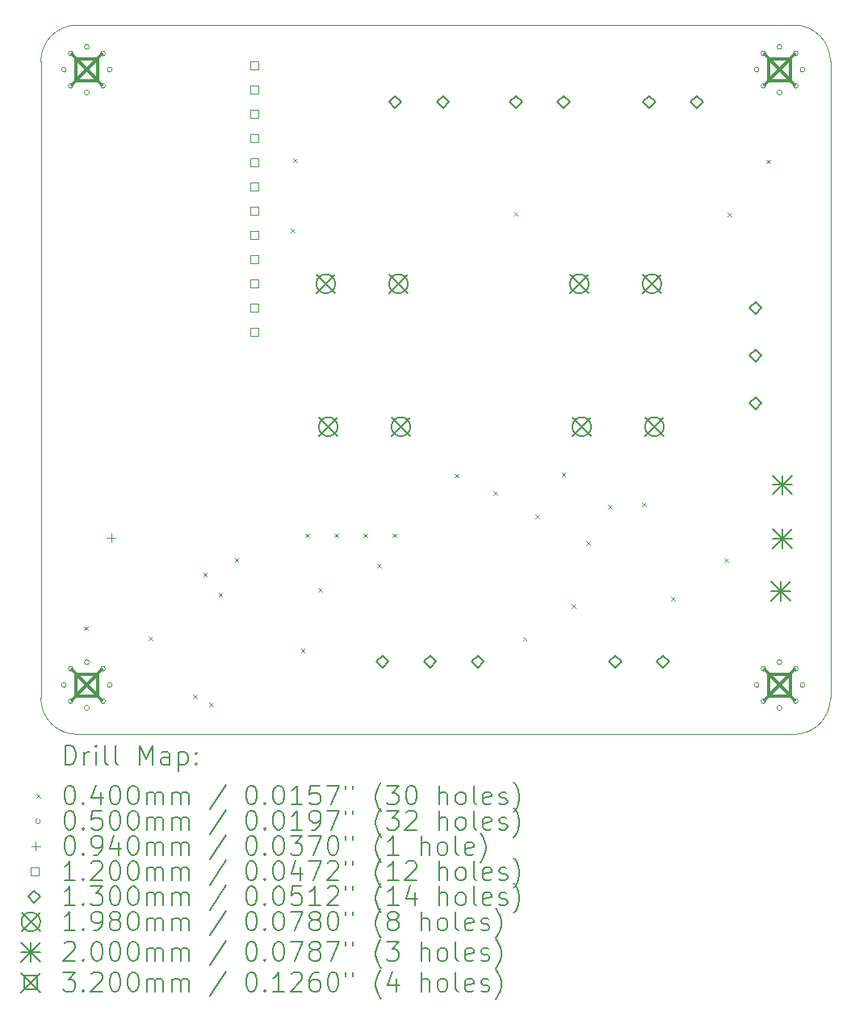
<source format=gbr>
%TF.GenerationSoftware,KiCad,Pcbnew,7.0.9*%
%TF.CreationDate,2024-04-15T16:04:30-04:00*%
%TF.ProjectId,Converters,436f6e76-6572-4746-9572-732e6b696361,rev?*%
%TF.SameCoordinates,Original*%
%TF.FileFunction,Drillmap*%
%TF.FilePolarity,Positive*%
%FSLAX45Y45*%
G04 Gerber Fmt 4.5, Leading zero omitted, Abs format (unit mm)*
G04 Created by KiCad (PCBNEW 7.0.9) date 2024-04-15 16:04:30*
%MOMM*%
%LPD*%
G01*
G04 APERTURE LIST*
%ADD10C,0.100000*%
%ADD11C,0.200000*%
%ADD12C,0.120000*%
%ADD13C,0.130000*%
%ADD14C,0.198000*%
%ADD15C,0.320000*%
G04 APERTURE END LIST*
D10*
X18262600Y-14081592D02*
X10744200Y-14081592D01*
X18262600Y-14081590D02*
G75*
G03*
X18643600Y-13700592I-10J381010D01*
G01*
X18643602Y-7025808D02*
G75*
G03*
X18262600Y-6644808I-381002J-2D01*
G01*
X10363198Y-13700592D02*
G75*
G03*
X10744200Y-14081592I381002J2D01*
G01*
X10363200Y-13700592D02*
X10363200Y-7025808D01*
X10744200Y-6644810D02*
G75*
G03*
X10363200Y-7025808I0J-381000D01*
G01*
X18643600Y-7025808D02*
X18643600Y-13700592D01*
X10744200Y-6644808D02*
X18262600Y-6644808D01*
D11*
D10*
X10815000Y-12950000D02*
X10855000Y-12990000D01*
X10855000Y-12950000D02*
X10815000Y-12990000D01*
X11495000Y-13057500D02*
X11535000Y-13097500D01*
X11535000Y-13057500D02*
X11495000Y-13097500D01*
X11960000Y-13667500D02*
X12000000Y-13707500D01*
X12000000Y-13667500D02*
X11960000Y-13707500D01*
X12065000Y-12387500D02*
X12105000Y-12427500D01*
X12105000Y-12387500D02*
X12065000Y-12427500D01*
X12130000Y-13747500D02*
X12170000Y-13787500D01*
X12170000Y-13747500D02*
X12130000Y-13787500D01*
X12227880Y-12598720D02*
X12267880Y-12638720D01*
X12267880Y-12598720D02*
X12227880Y-12638720D01*
X12397500Y-12235000D02*
X12437500Y-12275000D01*
X12437500Y-12235000D02*
X12397500Y-12275000D01*
X12984800Y-8778392D02*
X13024800Y-8818392D01*
X13024800Y-8778392D02*
X12984800Y-8818392D01*
X13010000Y-8041792D02*
X13050000Y-8081792D01*
X13050000Y-8041792D02*
X13010000Y-8081792D01*
X13090000Y-13180000D02*
X13130000Y-13220000D01*
X13130000Y-13180000D02*
X13090000Y-13220000D01*
X13138300Y-11974800D02*
X13178300Y-12014800D01*
X13178300Y-11974800D02*
X13138300Y-12014800D01*
X13270000Y-12550000D02*
X13310000Y-12590000D01*
X13310000Y-12550000D02*
X13270000Y-12590000D01*
X13443100Y-11974800D02*
X13483100Y-12014800D01*
X13483100Y-11974800D02*
X13443100Y-12014800D01*
X13747900Y-11974800D02*
X13787900Y-12014800D01*
X13787900Y-11974800D02*
X13747900Y-12014800D01*
X13890000Y-12290000D02*
X13930000Y-12330000D01*
X13930000Y-12290000D02*
X13890000Y-12330000D01*
X14052700Y-11974800D02*
X14092700Y-12014800D01*
X14092700Y-11974800D02*
X14052700Y-12014800D01*
X14701840Y-11349040D02*
X14741840Y-11389040D01*
X14741840Y-11349040D02*
X14701840Y-11389040D01*
X15108240Y-11531920D02*
X15148240Y-11571920D01*
X15148240Y-11531920D02*
X15108240Y-11571920D01*
X15326680Y-8605840D02*
X15366680Y-8645840D01*
X15366680Y-8605840D02*
X15326680Y-8645840D01*
X15420000Y-13060000D02*
X15460000Y-13100000D01*
X15460000Y-13060000D02*
X15420000Y-13100000D01*
X15550200Y-11775592D02*
X15590200Y-11815592D01*
X15590200Y-11775592D02*
X15550200Y-11815592D01*
X15824520Y-11338880D02*
X15864520Y-11378880D01*
X15864520Y-11338880D02*
X15824520Y-11378880D01*
X15931200Y-12715392D02*
X15971200Y-12755392D01*
X15971200Y-12715392D02*
X15931200Y-12755392D01*
X16083600Y-12054992D02*
X16123600Y-12094992D01*
X16123600Y-12054992D02*
X16083600Y-12094992D01*
X16312200Y-11673992D02*
X16352200Y-11713992D01*
X16352200Y-11673992D02*
X16312200Y-11713992D01*
X16667800Y-11648592D02*
X16707800Y-11688592D01*
X16707800Y-11648592D02*
X16667800Y-11688592D01*
X16972600Y-12639192D02*
X17012600Y-12679192D01*
X17012600Y-12639192D02*
X16972600Y-12679192D01*
X17531400Y-12232792D02*
X17571400Y-12272792D01*
X17571400Y-12232792D02*
X17531400Y-12272792D01*
X17565400Y-8612250D02*
X17605400Y-8652250D01*
X17605400Y-8612250D02*
X17565400Y-8652250D01*
X17970000Y-8056150D02*
X18010000Y-8096150D01*
X18010000Y-8056150D02*
X17970000Y-8096150D01*
X10630800Y-7112000D02*
G75*
G03*
X10630800Y-7112000I-25000J0D01*
G01*
X10630800Y-13563600D02*
G75*
G03*
X10630800Y-13563600I-25000J0D01*
G01*
X10701094Y-6942294D02*
G75*
G03*
X10701094Y-6942294I-25000J0D01*
G01*
X10701094Y-7281706D02*
G75*
G03*
X10701094Y-7281706I-25000J0D01*
G01*
X10701094Y-13393894D02*
G75*
G03*
X10701094Y-13393894I-25000J0D01*
G01*
X10701094Y-13733306D02*
G75*
G03*
X10701094Y-13733306I-25000J0D01*
G01*
X10870800Y-6872000D02*
G75*
G03*
X10870800Y-6872000I-25000J0D01*
G01*
X10870800Y-7352000D02*
G75*
G03*
X10870800Y-7352000I-25000J0D01*
G01*
X10870800Y-13323600D02*
G75*
G03*
X10870800Y-13323600I-25000J0D01*
G01*
X10870800Y-13803600D02*
G75*
G03*
X10870800Y-13803600I-25000J0D01*
G01*
X11040506Y-6942294D02*
G75*
G03*
X11040506Y-6942294I-25000J0D01*
G01*
X11040506Y-7281706D02*
G75*
G03*
X11040506Y-7281706I-25000J0D01*
G01*
X11040506Y-13393894D02*
G75*
G03*
X11040506Y-13393894I-25000J0D01*
G01*
X11040506Y-13733306D02*
G75*
G03*
X11040506Y-13733306I-25000J0D01*
G01*
X11110800Y-7112000D02*
G75*
G03*
X11110800Y-7112000I-25000J0D01*
G01*
X11110800Y-13563600D02*
G75*
G03*
X11110800Y-13563600I-25000J0D01*
G01*
X17895200Y-7112000D02*
G75*
G03*
X17895200Y-7112000I-25000J0D01*
G01*
X17895200Y-13563600D02*
G75*
G03*
X17895200Y-13563600I-25000J0D01*
G01*
X17965494Y-6942294D02*
G75*
G03*
X17965494Y-6942294I-25000J0D01*
G01*
X17965494Y-7281706D02*
G75*
G03*
X17965494Y-7281706I-25000J0D01*
G01*
X17965494Y-13393894D02*
G75*
G03*
X17965494Y-13393894I-25000J0D01*
G01*
X17965494Y-13733306D02*
G75*
G03*
X17965494Y-13733306I-25000J0D01*
G01*
X18135200Y-6872000D02*
G75*
G03*
X18135200Y-6872000I-25000J0D01*
G01*
X18135200Y-7352000D02*
G75*
G03*
X18135200Y-7352000I-25000J0D01*
G01*
X18135200Y-13323600D02*
G75*
G03*
X18135200Y-13323600I-25000J0D01*
G01*
X18135200Y-13803600D02*
G75*
G03*
X18135200Y-13803600I-25000J0D01*
G01*
X18304906Y-6942294D02*
G75*
G03*
X18304906Y-6942294I-25000J0D01*
G01*
X18304906Y-7281706D02*
G75*
G03*
X18304906Y-7281706I-25000J0D01*
G01*
X18304906Y-13393894D02*
G75*
G03*
X18304906Y-13393894I-25000J0D01*
G01*
X18304906Y-13733306D02*
G75*
G03*
X18304906Y-13733306I-25000J0D01*
G01*
X18375200Y-7112000D02*
G75*
G03*
X18375200Y-7112000I-25000J0D01*
G01*
X18375200Y-13563600D02*
G75*
G03*
X18375200Y-13563600I-25000J0D01*
G01*
X11100000Y-11969864D02*
X11100000Y-12063844D01*
X11053010Y-12016854D02*
X11146990Y-12016854D01*
D12*
X12646827Y-7111619D02*
X12646827Y-7026765D01*
X12561973Y-7026765D01*
X12561973Y-7111619D01*
X12646827Y-7111619D01*
X12646827Y-7365619D02*
X12646827Y-7280765D01*
X12561973Y-7280765D01*
X12561973Y-7365619D01*
X12646827Y-7365619D01*
X12646827Y-7619619D02*
X12646827Y-7534765D01*
X12561973Y-7534765D01*
X12561973Y-7619619D01*
X12646827Y-7619619D01*
X12646827Y-7873619D02*
X12646827Y-7788765D01*
X12561973Y-7788765D01*
X12561973Y-7873619D01*
X12646827Y-7873619D01*
X12646827Y-8127619D02*
X12646827Y-8042765D01*
X12561973Y-8042765D01*
X12561973Y-8127619D01*
X12646827Y-8127619D01*
X12646827Y-8381619D02*
X12646827Y-8296765D01*
X12561973Y-8296765D01*
X12561973Y-8381619D01*
X12646827Y-8381619D01*
X12646827Y-8635619D02*
X12646827Y-8550766D01*
X12561973Y-8550766D01*
X12561973Y-8635619D01*
X12646827Y-8635619D01*
X12646827Y-8889619D02*
X12646827Y-8804766D01*
X12561973Y-8804766D01*
X12561973Y-8889619D01*
X12646827Y-8889619D01*
X12646827Y-9143619D02*
X12646827Y-9058766D01*
X12561973Y-9058766D01*
X12561973Y-9143619D01*
X12646827Y-9143619D01*
X12646827Y-9397619D02*
X12646827Y-9312766D01*
X12561973Y-9312766D01*
X12561973Y-9397619D01*
X12646827Y-9397619D01*
X12646827Y-9651619D02*
X12646827Y-9566766D01*
X12561973Y-9566766D01*
X12561973Y-9651619D01*
X12646827Y-9651619D01*
X12646827Y-9905619D02*
X12646827Y-9820766D01*
X12561973Y-9820766D01*
X12561973Y-9905619D01*
X12646827Y-9905619D01*
D13*
X13944600Y-13384592D02*
X14009600Y-13319592D01*
X13944600Y-13254592D01*
X13879600Y-13319592D01*
X13944600Y-13384592D01*
X14079600Y-7517192D02*
X14144600Y-7452192D01*
X14079600Y-7387192D01*
X14014600Y-7452192D01*
X14079600Y-7517192D01*
X14444600Y-13384592D02*
X14509600Y-13319592D01*
X14444600Y-13254592D01*
X14379600Y-13319592D01*
X14444600Y-13384592D01*
X14579600Y-7517192D02*
X14644600Y-7452192D01*
X14579600Y-7387192D01*
X14514600Y-7452192D01*
X14579600Y-7517192D01*
X14944600Y-13384592D02*
X15009600Y-13319592D01*
X14944600Y-13254592D01*
X14879600Y-13319592D01*
X14944600Y-13384592D01*
X15345600Y-7516392D02*
X15410600Y-7451392D01*
X15345600Y-7386392D01*
X15280600Y-7451392D01*
X15345600Y-7516392D01*
X15845600Y-7516392D02*
X15910600Y-7451392D01*
X15845600Y-7386392D01*
X15780600Y-7451392D01*
X15845600Y-7516392D01*
X16387000Y-13385392D02*
X16452000Y-13320392D01*
X16387000Y-13255392D01*
X16322000Y-13320392D01*
X16387000Y-13385392D01*
X16742600Y-7516392D02*
X16807600Y-7451392D01*
X16742600Y-7386392D01*
X16677600Y-7451392D01*
X16742600Y-7516392D01*
X16887000Y-13385392D02*
X16952000Y-13320392D01*
X16887000Y-13255392D01*
X16822000Y-13320392D01*
X16887000Y-13385392D01*
X17242600Y-7516392D02*
X17307600Y-7451392D01*
X17242600Y-7386392D01*
X17177600Y-7451392D01*
X17242600Y-7516392D01*
X17856200Y-9676192D02*
X17921200Y-9611192D01*
X17856200Y-9546192D01*
X17791200Y-9611192D01*
X17856200Y-9676192D01*
X17856200Y-10176192D02*
X17921200Y-10111192D01*
X17856200Y-10046192D01*
X17791200Y-10111192D01*
X17856200Y-10176192D01*
X17856200Y-10676192D02*
X17921200Y-10611192D01*
X17856200Y-10546192D01*
X17791200Y-10611192D01*
X17856200Y-10676192D01*
D14*
X13252700Y-9258192D02*
X13450700Y-9456192D01*
X13450700Y-9258192D02*
X13252700Y-9456192D01*
X13450700Y-9357192D02*
G75*
G03*
X13450700Y-9357192I-99000J0D01*
G01*
X13278100Y-10756792D02*
X13476100Y-10954792D01*
X13476100Y-10756792D02*
X13278100Y-10954792D01*
X13476100Y-10855792D02*
G75*
G03*
X13476100Y-10855792I-99000J0D01*
G01*
X14014700Y-9258192D02*
X14212700Y-9456192D01*
X14212700Y-9258192D02*
X14014700Y-9456192D01*
X14212700Y-9357192D02*
G75*
G03*
X14212700Y-9357192I-99000J0D01*
G01*
X14040100Y-10756792D02*
X14238100Y-10954792D01*
X14238100Y-10756792D02*
X14040100Y-10954792D01*
X14238100Y-10855792D02*
G75*
G03*
X14238100Y-10855792I-99000J0D01*
G01*
X15911700Y-9258192D02*
X16109700Y-9456192D01*
X16109700Y-9258192D02*
X15911700Y-9456192D01*
X16109700Y-9357192D02*
G75*
G03*
X16109700Y-9357192I-99000J0D01*
G01*
X15937100Y-10756792D02*
X16135100Y-10954792D01*
X16135100Y-10756792D02*
X15937100Y-10954792D01*
X16135100Y-10855792D02*
G75*
G03*
X16135100Y-10855792I-99000J0D01*
G01*
X16673700Y-9258192D02*
X16871700Y-9456192D01*
X16871700Y-9258192D02*
X16673700Y-9456192D01*
X16871700Y-9357192D02*
G75*
G03*
X16871700Y-9357192I-99000J0D01*
G01*
X16699100Y-10756792D02*
X16897100Y-10954792D01*
X16897100Y-10756792D02*
X16699100Y-10954792D01*
X16897100Y-10855792D02*
G75*
G03*
X16897100Y-10855792I-99000J0D01*
G01*
D11*
X18025440Y-12478080D02*
X18225440Y-12678080D01*
X18225440Y-12478080D02*
X18025440Y-12678080D01*
X18125440Y-12478080D02*
X18125440Y-12678080D01*
X18025440Y-12578080D02*
X18225440Y-12578080D01*
X18040000Y-11365392D02*
X18240000Y-11565392D01*
X18240000Y-11365392D02*
X18040000Y-11565392D01*
X18140000Y-11365392D02*
X18140000Y-11565392D01*
X18040000Y-11465392D02*
X18240000Y-11465392D01*
X18040000Y-11930000D02*
X18240000Y-12130000D01*
X18240000Y-11930000D02*
X18040000Y-12130000D01*
X18140000Y-11930000D02*
X18140000Y-12130000D01*
X18040000Y-12030000D02*
X18240000Y-12030000D01*
D15*
X10685800Y-6952000D02*
X11005800Y-7272000D01*
X11005800Y-6952000D02*
X10685800Y-7272000D01*
X10958938Y-7225138D02*
X10958938Y-6998862D01*
X10732662Y-6998862D01*
X10732662Y-7225138D01*
X10958938Y-7225138D01*
X10685800Y-13403600D02*
X11005800Y-13723600D01*
X11005800Y-13403600D02*
X10685800Y-13723600D01*
X10958938Y-13676738D02*
X10958938Y-13450462D01*
X10732662Y-13450462D01*
X10732662Y-13676738D01*
X10958938Y-13676738D01*
X17950200Y-6952000D02*
X18270200Y-7272000D01*
X18270200Y-6952000D02*
X17950200Y-7272000D01*
X18223338Y-7225138D02*
X18223338Y-6998862D01*
X17997062Y-6998862D01*
X17997062Y-7225138D01*
X18223338Y-7225138D01*
X17950200Y-13403600D02*
X18270200Y-13723600D01*
X18270200Y-13403600D02*
X17950200Y-13723600D01*
X18223338Y-13676738D02*
X18223338Y-13450462D01*
X17997062Y-13450462D01*
X17997062Y-13676738D01*
X18223338Y-13676738D01*
D11*
X10618977Y-14398076D02*
X10618977Y-14198076D01*
X10618977Y-14198076D02*
X10666596Y-14198076D01*
X10666596Y-14198076D02*
X10695167Y-14207600D01*
X10695167Y-14207600D02*
X10714215Y-14226647D01*
X10714215Y-14226647D02*
X10723739Y-14245695D01*
X10723739Y-14245695D02*
X10733263Y-14283790D01*
X10733263Y-14283790D02*
X10733263Y-14312362D01*
X10733263Y-14312362D02*
X10723739Y-14350457D01*
X10723739Y-14350457D02*
X10714215Y-14369505D01*
X10714215Y-14369505D02*
X10695167Y-14388552D01*
X10695167Y-14388552D02*
X10666596Y-14398076D01*
X10666596Y-14398076D02*
X10618977Y-14398076D01*
X10818977Y-14398076D02*
X10818977Y-14264743D01*
X10818977Y-14302838D02*
X10828501Y-14283790D01*
X10828501Y-14283790D02*
X10838024Y-14274266D01*
X10838024Y-14274266D02*
X10857072Y-14264743D01*
X10857072Y-14264743D02*
X10876120Y-14264743D01*
X10942786Y-14398076D02*
X10942786Y-14264743D01*
X10942786Y-14198076D02*
X10933263Y-14207600D01*
X10933263Y-14207600D02*
X10942786Y-14217124D01*
X10942786Y-14217124D02*
X10952310Y-14207600D01*
X10952310Y-14207600D02*
X10942786Y-14198076D01*
X10942786Y-14198076D02*
X10942786Y-14217124D01*
X11066596Y-14398076D02*
X11047548Y-14388552D01*
X11047548Y-14388552D02*
X11038024Y-14369505D01*
X11038024Y-14369505D02*
X11038024Y-14198076D01*
X11171358Y-14398076D02*
X11152310Y-14388552D01*
X11152310Y-14388552D02*
X11142786Y-14369505D01*
X11142786Y-14369505D02*
X11142786Y-14198076D01*
X11399929Y-14398076D02*
X11399929Y-14198076D01*
X11399929Y-14198076D02*
X11466596Y-14340933D01*
X11466596Y-14340933D02*
X11533262Y-14198076D01*
X11533262Y-14198076D02*
X11533262Y-14398076D01*
X11714215Y-14398076D02*
X11714215Y-14293314D01*
X11714215Y-14293314D02*
X11704691Y-14274266D01*
X11704691Y-14274266D02*
X11685643Y-14264743D01*
X11685643Y-14264743D02*
X11647548Y-14264743D01*
X11647548Y-14264743D02*
X11628501Y-14274266D01*
X11714215Y-14388552D02*
X11695167Y-14398076D01*
X11695167Y-14398076D02*
X11647548Y-14398076D01*
X11647548Y-14398076D02*
X11628501Y-14388552D01*
X11628501Y-14388552D02*
X11618977Y-14369505D01*
X11618977Y-14369505D02*
X11618977Y-14350457D01*
X11618977Y-14350457D02*
X11628501Y-14331409D01*
X11628501Y-14331409D02*
X11647548Y-14321886D01*
X11647548Y-14321886D02*
X11695167Y-14321886D01*
X11695167Y-14321886D02*
X11714215Y-14312362D01*
X11809453Y-14264743D02*
X11809453Y-14464743D01*
X11809453Y-14274266D02*
X11828501Y-14264743D01*
X11828501Y-14264743D02*
X11866596Y-14264743D01*
X11866596Y-14264743D02*
X11885643Y-14274266D01*
X11885643Y-14274266D02*
X11895167Y-14283790D01*
X11895167Y-14283790D02*
X11904691Y-14302838D01*
X11904691Y-14302838D02*
X11904691Y-14359981D01*
X11904691Y-14359981D02*
X11895167Y-14379028D01*
X11895167Y-14379028D02*
X11885643Y-14388552D01*
X11885643Y-14388552D02*
X11866596Y-14398076D01*
X11866596Y-14398076D02*
X11828501Y-14398076D01*
X11828501Y-14398076D02*
X11809453Y-14388552D01*
X11990405Y-14379028D02*
X11999929Y-14388552D01*
X11999929Y-14388552D02*
X11990405Y-14398076D01*
X11990405Y-14398076D02*
X11980882Y-14388552D01*
X11980882Y-14388552D02*
X11990405Y-14379028D01*
X11990405Y-14379028D02*
X11990405Y-14398076D01*
X11990405Y-14274266D02*
X11999929Y-14283790D01*
X11999929Y-14283790D02*
X11990405Y-14293314D01*
X11990405Y-14293314D02*
X11980882Y-14283790D01*
X11980882Y-14283790D02*
X11990405Y-14274266D01*
X11990405Y-14274266D02*
X11990405Y-14293314D01*
D10*
X10318200Y-14706592D02*
X10358200Y-14746592D01*
X10358200Y-14706592D02*
X10318200Y-14746592D01*
D11*
X10657072Y-14618076D02*
X10676120Y-14618076D01*
X10676120Y-14618076D02*
X10695167Y-14627600D01*
X10695167Y-14627600D02*
X10704691Y-14637124D01*
X10704691Y-14637124D02*
X10714215Y-14656171D01*
X10714215Y-14656171D02*
X10723739Y-14694266D01*
X10723739Y-14694266D02*
X10723739Y-14741886D01*
X10723739Y-14741886D02*
X10714215Y-14779981D01*
X10714215Y-14779981D02*
X10704691Y-14799028D01*
X10704691Y-14799028D02*
X10695167Y-14808552D01*
X10695167Y-14808552D02*
X10676120Y-14818076D01*
X10676120Y-14818076D02*
X10657072Y-14818076D01*
X10657072Y-14818076D02*
X10638024Y-14808552D01*
X10638024Y-14808552D02*
X10628501Y-14799028D01*
X10628501Y-14799028D02*
X10618977Y-14779981D01*
X10618977Y-14779981D02*
X10609453Y-14741886D01*
X10609453Y-14741886D02*
X10609453Y-14694266D01*
X10609453Y-14694266D02*
X10618977Y-14656171D01*
X10618977Y-14656171D02*
X10628501Y-14637124D01*
X10628501Y-14637124D02*
X10638024Y-14627600D01*
X10638024Y-14627600D02*
X10657072Y-14618076D01*
X10809453Y-14799028D02*
X10818977Y-14808552D01*
X10818977Y-14808552D02*
X10809453Y-14818076D01*
X10809453Y-14818076D02*
X10799929Y-14808552D01*
X10799929Y-14808552D02*
X10809453Y-14799028D01*
X10809453Y-14799028D02*
X10809453Y-14818076D01*
X10990405Y-14684743D02*
X10990405Y-14818076D01*
X10942786Y-14608552D02*
X10895167Y-14751409D01*
X10895167Y-14751409D02*
X11018977Y-14751409D01*
X11133263Y-14618076D02*
X11152310Y-14618076D01*
X11152310Y-14618076D02*
X11171358Y-14627600D01*
X11171358Y-14627600D02*
X11180882Y-14637124D01*
X11180882Y-14637124D02*
X11190405Y-14656171D01*
X11190405Y-14656171D02*
X11199929Y-14694266D01*
X11199929Y-14694266D02*
X11199929Y-14741886D01*
X11199929Y-14741886D02*
X11190405Y-14779981D01*
X11190405Y-14779981D02*
X11180882Y-14799028D01*
X11180882Y-14799028D02*
X11171358Y-14808552D01*
X11171358Y-14808552D02*
X11152310Y-14818076D01*
X11152310Y-14818076D02*
X11133263Y-14818076D01*
X11133263Y-14818076D02*
X11114215Y-14808552D01*
X11114215Y-14808552D02*
X11104691Y-14799028D01*
X11104691Y-14799028D02*
X11095167Y-14779981D01*
X11095167Y-14779981D02*
X11085644Y-14741886D01*
X11085644Y-14741886D02*
X11085644Y-14694266D01*
X11085644Y-14694266D02*
X11095167Y-14656171D01*
X11095167Y-14656171D02*
X11104691Y-14637124D01*
X11104691Y-14637124D02*
X11114215Y-14627600D01*
X11114215Y-14627600D02*
X11133263Y-14618076D01*
X11323739Y-14618076D02*
X11342786Y-14618076D01*
X11342786Y-14618076D02*
X11361834Y-14627600D01*
X11361834Y-14627600D02*
X11371358Y-14637124D01*
X11371358Y-14637124D02*
X11380882Y-14656171D01*
X11380882Y-14656171D02*
X11390405Y-14694266D01*
X11390405Y-14694266D02*
X11390405Y-14741886D01*
X11390405Y-14741886D02*
X11380882Y-14779981D01*
X11380882Y-14779981D02*
X11371358Y-14799028D01*
X11371358Y-14799028D02*
X11361834Y-14808552D01*
X11361834Y-14808552D02*
X11342786Y-14818076D01*
X11342786Y-14818076D02*
X11323739Y-14818076D01*
X11323739Y-14818076D02*
X11304691Y-14808552D01*
X11304691Y-14808552D02*
X11295167Y-14799028D01*
X11295167Y-14799028D02*
X11285643Y-14779981D01*
X11285643Y-14779981D02*
X11276120Y-14741886D01*
X11276120Y-14741886D02*
X11276120Y-14694266D01*
X11276120Y-14694266D02*
X11285643Y-14656171D01*
X11285643Y-14656171D02*
X11295167Y-14637124D01*
X11295167Y-14637124D02*
X11304691Y-14627600D01*
X11304691Y-14627600D02*
X11323739Y-14618076D01*
X11476120Y-14818076D02*
X11476120Y-14684743D01*
X11476120Y-14703790D02*
X11485643Y-14694266D01*
X11485643Y-14694266D02*
X11504691Y-14684743D01*
X11504691Y-14684743D02*
X11533263Y-14684743D01*
X11533263Y-14684743D02*
X11552310Y-14694266D01*
X11552310Y-14694266D02*
X11561834Y-14713314D01*
X11561834Y-14713314D02*
X11561834Y-14818076D01*
X11561834Y-14713314D02*
X11571358Y-14694266D01*
X11571358Y-14694266D02*
X11590405Y-14684743D01*
X11590405Y-14684743D02*
X11618977Y-14684743D01*
X11618977Y-14684743D02*
X11638024Y-14694266D01*
X11638024Y-14694266D02*
X11647548Y-14713314D01*
X11647548Y-14713314D02*
X11647548Y-14818076D01*
X11742786Y-14818076D02*
X11742786Y-14684743D01*
X11742786Y-14703790D02*
X11752310Y-14694266D01*
X11752310Y-14694266D02*
X11771358Y-14684743D01*
X11771358Y-14684743D02*
X11799929Y-14684743D01*
X11799929Y-14684743D02*
X11818977Y-14694266D01*
X11818977Y-14694266D02*
X11828501Y-14713314D01*
X11828501Y-14713314D02*
X11828501Y-14818076D01*
X11828501Y-14713314D02*
X11838024Y-14694266D01*
X11838024Y-14694266D02*
X11857072Y-14684743D01*
X11857072Y-14684743D02*
X11885643Y-14684743D01*
X11885643Y-14684743D02*
X11904691Y-14694266D01*
X11904691Y-14694266D02*
X11914215Y-14713314D01*
X11914215Y-14713314D02*
X11914215Y-14818076D01*
X12304691Y-14608552D02*
X12133263Y-14865695D01*
X12561834Y-14618076D02*
X12580882Y-14618076D01*
X12580882Y-14618076D02*
X12599929Y-14627600D01*
X12599929Y-14627600D02*
X12609453Y-14637124D01*
X12609453Y-14637124D02*
X12618977Y-14656171D01*
X12618977Y-14656171D02*
X12628501Y-14694266D01*
X12628501Y-14694266D02*
X12628501Y-14741886D01*
X12628501Y-14741886D02*
X12618977Y-14779981D01*
X12618977Y-14779981D02*
X12609453Y-14799028D01*
X12609453Y-14799028D02*
X12599929Y-14808552D01*
X12599929Y-14808552D02*
X12580882Y-14818076D01*
X12580882Y-14818076D02*
X12561834Y-14818076D01*
X12561834Y-14818076D02*
X12542786Y-14808552D01*
X12542786Y-14808552D02*
X12533263Y-14799028D01*
X12533263Y-14799028D02*
X12523739Y-14779981D01*
X12523739Y-14779981D02*
X12514215Y-14741886D01*
X12514215Y-14741886D02*
X12514215Y-14694266D01*
X12514215Y-14694266D02*
X12523739Y-14656171D01*
X12523739Y-14656171D02*
X12533263Y-14637124D01*
X12533263Y-14637124D02*
X12542786Y-14627600D01*
X12542786Y-14627600D02*
X12561834Y-14618076D01*
X12714215Y-14799028D02*
X12723739Y-14808552D01*
X12723739Y-14808552D02*
X12714215Y-14818076D01*
X12714215Y-14818076D02*
X12704691Y-14808552D01*
X12704691Y-14808552D02*
X12714215Y-14799028D01*
X12714215Y-14799028D02*
X12714215Y-14818076D01*
X12847548Y-14618076D02*
X12866596Y-14618076D01*
X12866596Y-14618076D02*
X12885644Y-14627600D01*
X12885644Y-14627600D02*
X12895167Y-14637124D01*
X12895167Y-14637124D02*
X12904691Y-14656171D01*
X12904691Y-14656171D02*
X12914215Y-14694266D01*
X12914215Y-14694266D02*
X12914215Y-14741886D01*
X12914215Y-14741886D02*
X12904691Y-14779981D01*
X12904691Y-14779981D02*
X12895167Y-14799028D01*
X12895167Y-14799028D02*
X12885644Y-14808552D01*
X12885644Y-14808552D02*
X12866596Y-14818076D01*
X12866596Y-14818076D02*
X12847548Y-14818076D01*
X12847548Y-14818076D02*
X12828501Y-14808552D01*
X12828501Y-14808552D02*
X12818977Y-14799028D01*
X12818977Y-14799028D02*
X12809453Y-14779981D01*
X12809453Y-14779981D02*
X12799929Y-14741886D01*
X12799929Y-14741886D02*
X12799929Y-14694266D01*
X12799929Y-14694266D02*
X12809453Y-14656171D01*
X12809453Y-14656171D02*
X12818977Y-14637124D01*
X12818977Y-14637124D02*
X12828501Y-14627600D01*
X12828501Y-14627600D02*
X12847548Y-14618076D01*
X13104691Y-14818076D02*
X12990406Y-14818076D01*
X13047548Y-14818076D02*
X13047548Y-14618076D01*
X13047548Y-14618076D02*
X13028501Y-14646647D01*
X13028501Y-14646647D02*
X13009453Y-14665695D01*
X13009453Y-14665695D02*
X12990406Y-14675219D01*
X13285644Y-14618076D02*
X13190406Y-14618076D01*
X13190406Y-14618076D02*
X13180882Y-14713314D01*
X13180882Y-14713314D02*
X13190406Y-14703790D01*
X13190406Y-14703790D02*
X13209453Y-14694266D01*
X13209453Y-14694266D02*
X13257072Y-14694266D01*
X13257072Y-14694266D02*
X13276120Y-14703790D01*
X13276120Y-14703790D02*
X13285644Y-14713314D01*
X13285644Y-14713314D02*
X13295167Y-14732362D01*
X13295167Y-14732362D02*
X13295167Y-14779981D01*
X13295167Y-14779981D02*
X13285644Y-14799028D01*
X13285644Y-14799028D02*
X13276120Y-14808552D01*
X13276120Y-14808552D02*
X13257072Y-14818076D01*
X13257072Y-14818076D02*
X13209453Y-14818076D01*
X13209453Y-14818076D02*
X13190406Y-14808552D01*
X13190406Y-14808552D02*
X13180882Y-14799028D01*
X13361834Y-14618076D02*
X13495167Y-14618076D01*
X13495167Y-14618076D02*
X13409453Y-14818076D01*
X13561834Y-14618076D02*
X13561834Y-14656171D01*
X13638025Y-14618076D02*
X13638025Y-14656171D01*
X13933263Y-14894266D02*
X13923739Y-14884743D01*
X13923739Y-14884743D02*
X13904691Y-14856171D01*
X13904691Y-14856171D02*
X13895168Y-14837124D01*
X13895168Y-14837124D02*
X13885644Y-14808552D01*
X13885644Y-14808552D02*
X13876120Y-14760933D01*
X13876120Y-14760933D02*
X13876120Y-14722838D01*
X13876120Y-14722838D02*
X13885644Y-14675219D01*
X13885644Y-14675219D02*
X13895168Y-14646647D01*
X13895168Y-14646647D02*
X13904691Y-14627600D01*
X13904691Y-14627600D02*
X13923739Y-14599028D01*
X13923739Y-14599028D02*
X13933263Y-14589505D01*
X13990406Y-14618076D02*
X14114215Y-14618076D01*
X14114215Y-14618076D02*
X14047548Y-14694266D01*
X14047548Y-14694266D02*
X14076120Y-14694266D01*
X14076120Y-14694266D02*
X14095168Y-14703790D01*
X14095168Y-14703790D02*
X14104691Y-14713314D01*
X14104691Y-14713314D02*
X14114215Y-14732362D01*
X14114215Y-14732362D02*
X14114215Y-14779981D01*
X14114215Y-14779981D02*
X14104691Y-14799028D01*
X14104691Y-14799028D02*
X14095168Y-14808552D01*
X14095168Y-14808552D02*
X14076120Y-14818076D01*
X14076120Y-14818076D02*
X14018977Y-14818076D01*
X14018977Y-14818076D02*
X13999929Y-14808552D01*
X13999929Y-14808552D02*
X13990406Y-14799028D01*
X14238025Y-14618076D02*
X14257072Y-14618076D01*
X14257072Y-14618076D02*
X14276120Y-14627600D01*
X14276120Y-14627600D02*
X14285644Y-14637124D01*
X14285644Y-14637124D02*
X14295168Y-14656171D01*
X14295168Y-14656171D02*
X14304691Y-14694266D01*
X14304691Y-14694266D02*
X14304691Y-14741886D01*
X14304691Y-14741886D02*
X14295168Y-14779981D01*
X14295168Y-14779981D02*
X14285644Y-14799028D01*
X14285644Y-14799028D02*
X14276120Y-14808552D01*
X14276120Y-14808552D02*
X14257072Y-14818076D01*
X14257072Y-14818076D02*
X14238025Y-14818076D01*
X14238025Y-14818076D02*
X14218977Y-14808552D01*
X14218977Y-14808552D02*
X14209453Y-14799028D01*
X14209453Y-14799028D02*
X14199929Y-14779981D01*
X14199929Y-14779981D02*
X14190406Y-14741886D01*
X14190406Y-14741886D02*
X14190406Y-14694266D01*
X14190406Y-14694266D02*
X14199929Y-14656171D01*
X14199929Y-14656171D02*
X14209453Y-14637124D01*
X14209453Y-14637124D02*
X14218977Y-14627600D01*
X14218977Y-14627600D02*
X14238025Y-14618076D01*
X14542787Y-14818076D02*
X14542787Y-14618076D01*
X14628501Y-14818076D02*
X14628501Y-14713314D01*
X14628501Y-14713314D02*
X14618977Y-14694266D01*
X14618977Y-14694266D02*
X14599930Y-14684743D01*
X14599930Y-14684743D02*
X14571358Y-14684743D01*
X14571358Y-14684743D02*
X14552310Y-14694266D01*
X14552310Y-14694266D02*
X14542787Y-14703790D01*
X14752310Y-14818076D02*
X14733263Y-14808552D01*
X14733263Y-14808552D02*
X14723739Y-14799028D01*
X14723739Y-14799028D02*
X14714215Y-14779981D01*
X14714215Y-14779981D02*
X14714215Y-14722838D01*
X14714215Y-14722838D02*
X14723739Y-14703790D01*
X14723739Y-14703790D02*
X14733263Y-14694266D01*
X14733263Y-14694266D02*
X14752310Y-14684743D01*
X14752310Y-14684743D02*
X14780882Y-14684743D01*
X14780882Y-14684743D02*
X14799930Y-14694266D01*
X14799930Y-14694266D02*
X14809453Y-14703790D01*
X14809453Y-14703790D02*
X14818977Y-14722838D01*
X14818977Y-14722838D02*
X14818977Y-14779981D01*
X14818977Y-14779981D02*
X14809453Y-14799028D01*
X14809453Y-14799028D02*
X14799930Y-14808552D01*
X14799930Y-14808552D02*
X14780882Y-14818076D01*
X14780882Y-14818076D02*
X14752310Y-14818076D01*
X14933263Y-14818076D02*
X14914215Y-14808552D01*
X14914215Y-14808552D02*
X14904691Y-14789505D01*
X14904691Y-14789505D02*
X14904691Y-14618076D01*
X15085644Y-14808552D02*
X15066596Y-14818076D01*
X15066596Y-14818076D02*
X15028501Y-14818076D01*
X15028501Y-14818076D02*
X15009453Y-14808552D01*
X15009453Y-14808552D02*
X14999930Y-14789505D01*
X14999930Y-14789505D02*
X14999930Y-14713314D01*
X14999930Y-14713314D02*
X15009453Y-14694266D01*
X15009453Y-14694266D02*
X15028501Y-14684743D01*
X15028501Y-14684743D02*
X15066596Y-14684743D01*
X15066596Y-14684743D02*
X15085644Y-14694266D01*
X15085644Y-14694266D02*
X15095168Y-14713314D01*
X15095168Y-14713314D02*
X15095168Y-14732362D01*
X15095168Y-14732362D02*
X14999930Y-14751409D01*
X15171358Y-14808552D02*
X15190406Y-14818076D01*
X15190406Y-14818076D02*
X15228501Y-14818076D01*
X15228501Y-14818076D02*
X15247549Y-14808552D01*
X15247549Y-14808552D02*
X15257072Y-14789505D01*
X15257072Y-14789505D02*
X15257072Y-14779981D01*
X15257072Y-14779981D02*
X15247549Y-14760933D01*
X15247549Y-14760933D02*
X15228501Y-14751409D01*
X15228501Y-14751409D02*
X15199930Y-14751409D01*
X15199930Y-14751409D02*
X15180882Y-14741886D01*
X15180882Y-14741886D02*
X15171358Y-14722838D01*
X15171358Y-14722838D02*
X15171358Y-14713314D01*
X15171358Y-14713314D02*
X15180882Y-14694266D01*
X15180882Y-14694266D02*
X15199930Y-14684743D01*
X15199930Y-14684743D02*
X15228501Y-14684743D01*
X15228501Y-14684743D02*
X15247549Y-14694266D01*
X15323739Y-14894266D02*
X15333263Y-14884743D01*
X15333263Y-14884743D02*
X15352311Y-14856171D01*
X15352311Y-14856171D02*
X15361834Y-14837124D01*
X15361834Y-14837124D02*
X15371358Y-14808552D01*
X15371358Y-14808552D02*
X15380882Y-14760933D01*
X15380882Y-14760933D02*
X15380882Y-14722838D01*
X15380882Y-14722838D02*
X15371358Y-14675219D01*
X15371358Y-14675219D02*
X15361834Y-14646647D01*
X15361834Y-14646647D02*
X15352311Y-14627600D01*
X15352311Y-14627600D02*
X15333263Y-14599028D01*
X15333263Y-14599028D02*
X15323739Y-14589505D01*
D10*
X10358200Y-14990592D02*
G75*
G03*
X10358200Y-14990592I-25000J0D01*
G01*
D11*
X10657072Y-14882076D02*
X10676120Y-14882076D01*
X10676120Y-14882076D02*
X10695167Y-14891600D01*
X10695167Y-14891600D02*
X10704691Y-14901124D01*
X10704691Y-14901124D02*
X10714215Y-14920171D01*
X10714215Y-14920171D02*
X10723739Y-14958266D01*
X10723739Y-14958266D02*
X10723739Y-15005886D01*
X10723739Y-15005886D02*
X10714215Y-15043981D01*
X10714215Y-15043981D02*
X10704691Y-15063028D01*
X10704691Y-15063028D02*
X10695167Y-15072552D01*
X10695167Y-15072552D02*
X10676120Y-15082076D01*
X10676120Y-15082076D02*
X10657072Y-15082076D01*
X10657072Y-15082076D02*
X10638024Y-15072552D01*
X10638024Y-15072552D02*
X10628501Y-15063028D01*
X10628501Y-15063028D02*
X10618977Y-15043981D01*
X10618977Y-15043981D02*
X10609453Y-15005886D01*
X10609453Y-15005886D02*
X10609453Y-14958266D01*
X10609453Y-14958266D02*
X10618977Y-14920171D01*
X10618977Y-14920171D02*
X10628501Y-14901124D01*
X10628501Y-14901124D02*
X10638024Y-14891600D01*
X10638024Y-14891600D02*
X10657072Y-14882076D01*
X10809453Y-15063028D02*
X10818977Y-15072552D01*
X10818977Y-15072552D02*
X10809453Y-15082076D01*
X10809453Y-15082076D02*
X10799929Y-15072552D01*
X10799929Y-15072552D02*
X10809453Y-15063028D01*
X10809453Y-15063028D02*
X10809453Y-15082076D01*
X10999929Y-14882076D02*
X10904691Y-14882076D01*
X10904691Y-14882076D02*
X10895167Y-14977314D01*
X10895167Y-14977314D02*
X10904691Y-14967790D01*
X10904691Y-14967790D02*
X10923739Y-14958266D01*
X10923739Y-14958266D02*
X10971358Y-14958266D01*
X10971358Y-14958266D02*
X10990405Y-14967790D01*
X10990405Y-14967790D02*
X10999929Y-14977314D01*
X10999929Y-14977314D02*
X11009453Y-14996362D01*
X11009453Y-14996362D02*
X11009453Y-15043981D01*
X11009453Y-15043981D02*
X10999929Y-15063028D01*
X10999929Y-15063028D02*
X10990405Y-15072552D01*
X10990405Y-15072552D02*
X10971358Y-15082076D01*
X10971358Y-15082076D02*
X10923739Y-15082076D01*
X10923739Y-15082076D02*
X10904691Y-15072552D01*
X10904691Y-15072552D02*
X10895167Y-15063028D01*
X11133263Y-14882076D02*
X11152310Y-14882076D01*
X11152310Y-14882076D02*
X11171358Y-14891600D01*
X11171358Y-14891600D02*
X11180882Y-14901124D01*
X11180882Y-14901124D02*
X11190405Y-14920171D01*
X11190405Y-14920171D02*
X11199929Y-14958266D01*
X11199929Y-14958266D02*
X11199929Y-15005886D01*
X11199929Y-15005886D02*
X11190405Y-15043981D01*
X11190405Y-15043981D02*
X11180882Y-15063028D01*
X11180882Y-15063028D02*
X11171358Y-15072552D01*
X11171358Y-15072552D02*
X11152310Y-15082076D01*
X11152310Y-15082076D02*
X11133263Y-15082076D01*
X11133263Y-15082076D02*
X11114215Y-15072552D01*
X11114215Y-15072552D02*
X11104691Y-15063028D01*
X11104691Y-15063028D02*
X11095167Y-15043981D01*
X11095167Y-15043981D02*
X11085644Y-15005886D01*
X11085644Y-15005886D02*
X11085644Y-14958266D01*
X11085644Y-14958266D02*
X11095167Y-14920171D01*
X11095167Y-14920171D02*
X11104691Y-14901124D01*
X11104691Y-14901124D02*
X11114215Y-14891600D01*
X11114215Y-14891600D02*
X11133263Y-14882076D01*
X11323739Y-14882076D02*
X11342786Y-14882076D01*
X11342786Y-14882076D02*
X11361834Y-14891600D01*
X11361834Y-14891600D02*
X11371358Y-14901124D01*
X11371358Y-14901124D02*
X11380882Y-14920171D01*
X11380882Y-14920171D02*
X11390405Y-14958266D01*
X11390405Y-14958266D02*
X11390405Y-15005886D01*
X11390405Y-15005886D02*
X11380882Y-15043981D01*
X11380882Y-15043981D02*
X11371358Y-15063028D01*
X11371358Y-15063028D02*
X11361834Y-15072552D01*
X11361834Y-15072552D02*
X11342786Y-15082076D01*
X11342786Y-15082076D02*
X11323739Y-15082076D01*
X11323739Y-15082076D02*
X11304691Y-15072552D01*
X11304691Y-15072552D02*
X11295167Y-15063028D01*
X11295167Y-15063028D02*
X11285643Y-15043981D01*
X11285643Y-15043981D02*
X11276120Y-15005886D01*
X11276120Y-15005886D02*
X11276120Y-14958266D01*
X11276120Y-14958266D02*
X11285643Y-14920171D01*
X11285643Y-14920171D02*
X11295167Y-14901124D01*
X11295167Y-14901124D02*
X11304691Y-14891600D01*
X11304691Y-14891600D02*
X11323739Y-14882076D01*
X11476120Y-15082076D02*
X11476120Y-14948743D01*
X11476120Y-14967790D02*
X11485643Y-14958266D01*
X11485643Y-14958266D02*
X11504691Y-14948743D01*
X11504691Y-14948743D02*
X11533263Y-14948743D01*
X11533263Y-14948743D02*
X11552310Y-14958266D01*
X11552310Y-14958266D02*
X11561834Y-14977314D01*
X11561834Y-14977314D02*
X11561834Y-15082076D01*
X11561834Y-14977314D02*
X11571358Y-14958266D01*
X11571358Y-14958266D02*
X11590405Y-14948743D01*
X11590405Y-14948743D02*
X11618977Y-14948743D01*
X11618977Y-14948743D02*
X11638024Y-14958266D01*
X11638024Y-14958266D02*
X11647548Y-14977314D01*
X11647548Y-14977314D02*
X11647548Y-15082076D01*
X11742786Y-15082076D02*
X11742786Y-14948743D01*
X11742786Y-14967790D02*
X11752310Y-14958266D01*
X11752310Y-14958266D02*
X11771358Y-14948743D01*
X11771358Y-14948743D02*
X11799929Y-14948743D01*
X11799929Y-14948743D02*
X11818977Y-14958266D01*
X11818977Y-14958266D02*
X11828501Y-14977314D01*
X11828501Y-14977314D02*
X11828501Y-15082076D01*
X11828501Y-14977314D02*
X11838024Y-14958266D01*
X11838024Y-14958266D02*
X11857072Y-14948743D01*
X11857072Y-14948743D02*
X11885643Y-14948743D01*
X11885643Y-14948743D02*
X11904691Y-14958266D01*
X11904691Y-14958266D02*
X11914215Y-14977314D01*
X11914215Y-14977314D02*
X11914215Y-15082076D01*
X12304691Y-14872552D02*
X12133263Y-15129695D01*
X12561834Y-14882076D02*
X12580882Y-14882076D01*
X12580882Y-14882076D02*
X12599929Y-14891600D01*
X12599929Y-14891600D02*
X12609453Y-14901124D01*
X12609453Y-14901124D02*
X12618977Y-14920171D01*
X12618977Y-14920171D02*
X12628501Y-14958266D01*
X12628501Y-14958266D02*
X12628501Y-15005886D01*
X12628501Y-15005886D02*
X12618977Y-15043981D01*
X12618977Y-15043981D02*
X12609453Y-15063028D01*
X12609453Y-15063028D02*
X12599929Y-15072552D01*
X12599929Y-15072552D02*
X12580882Y-15082076D01*
X12580882Y-15082076D02*
X12561834Y-15082076D01*
X12561834Y-15082076D02*
X12542786Y-15072552D01*
X12542786Y-15072552D02*
X12533263Y-15063028D01*
X12533263Y-15063028D02*
X12523739Y-15043981D01*
X12523739Y-15043981D02*
X12514215Y-15005886D01*
X12514215Y-15005886D02*
X12514215Y-14958266D01*
X12514215Y-14958266D02*
X12523739Y-14920171D01*
X12523739Y-14920171D02*
X12533263Y-14901124D01*
X12533263Y-14901124D02*
X12542786Y-14891600D01*
X12542786Y-14891600D02*
X12561834Y-14882076D01*
X12714215Y-15063028D02*
X12723739Y-15072552D01*
X12723739Y-15072552D02*
X12714215Y-15082076D01*
X12714215Y-15082076D02*
X12704691Y-15072552D01*
X12704691Y-15072552D02*
X12714215Y-15063028D01*
X12714215Y-15063028D02*
X12714215Y-15082076D01*
X12847548Y-14882076D02*
X12866596Y-14882076D01*
X12866596Y-14882076D02*
X12885644Y-14891600D01*
X12885644Y-14891600D02*
X12895167Y-14901124D01*
X12895167Y-14901124D02*
X12904691Y-14920171D01*
X12904691Y-14920171D02*
X12914215Y-14958266D01*
X12914215Y-14958266D02*
X12914215Y-15005886D01*
X12914215Y-15005886D02*
X12904691Y-15043981D01*
X12904691Y-15043981D02*
X12895167Y-15063028D01*
X12895167Y-15063028D02*
X12885644Y-15072552D01*
X12885644Y-15072552D02*
X12866596Y-15082076D01*
X12866596Y-15082076D02*
X12847548Y-15082076D01*
X12847548Y-15082076D02*
X12828501Y-15072552D01*
X12828501Y-15072552D02*
X12818977Y-15063028D01*
X12818977Y-15063028D02*
X12809453Y-15043981D01*
X12809453Y-15043981D02*
X12799929Y-15005886D01*
X12799929Y-15005886D02*
X12799929Y-14958266D01*
X12799929Y-14958266D02*
X12809453Y-14920171D01*
X12809453Y-14920171D02*
X12818977Y-14901124D01*
X12818977Y-14901124D02*
X12828501Y-14891600D01*
X12828501Y-14891600D02*
X12847548Y-14882076D01*
X13104691Y-15082076D02*
X12990406Y-15082076D01*
X13047548Y-15082076D02*
X13047548Y-14882076D01*
X13047548Y-14882076D02*
X13028501Y-14910647D01*
X13028501Y-14910647D02*
X13009453Y-14929695D01*
X13009453Y-14929695D02*
X12990406Y-14939219D01*
X13199929Y-15082076D02*
X13238025Y-15082076D01*
X13238025Y-15082076D02*
X13257072Y-15072552D01*
X13257072Y-15072552D02*
X13266596Y-15063028D01*
X13266596Y-15063028D02*
X13285644Y-15034457D01*
X13285644Y-15034457D02*
X13295167Y-14996362D01*
X13295167Y-14996362D02*
X13295167Y-14920171D01*
X13295167Y-14920171D02*
X13285644Y-14901124D01*
X13285644Y-14901124D02*
X13276120Y-14891600D01*
X13276120Y-14891600D02*
X13257072Y-14882076D01*
X13257072Y-14882076D02*
X13218977Y-14882076D01*
X13218977Y-14882076D02*
X13199929Y-14891600D01*
X13199929Y-14891600D02*
X13190406Y-14901124D01*
X13190406Y-14901124D02*
X13180882Y-14920171D01*
X13180882Y-14920171D02*
X13180882Y-14967790D01*
X13180882Y-14967790D02*
X13190406Y-14986838D01*
X13190406Y-14986838D02*
X13199929Y-14996362D01*
X13199929Y-14996362D02*
X13218977Y-15005886D01*
X13218977Y-15005886D02*
X13257072Y-15005886D01*
X13257072Y-15005886D02*
X13276120Y-14996362D01*
X13276120Y-14996362D02*
X13285644Y-14986838D01*
X13285644Y-14986838D02*
X13295167Y-14967790D01*
X13361834Y-14882076D02*
X13495167Y-14882076D01*
X13495167Y-14882076D02*
X13409453Y-15082076D01*
X13561834Y-14882076D02*
X13561834Y-14920171D01*
X13638025Y-14882076D02*
X13638025Y-14920171D01*
X13933263Y-15158266D02*
X13923739Y-15148743D01*
X13923739Y-15148743D02*
X13904691Y-15120171D01*
X13904691Y-15120171D02*
X13895168Y-15101124D01*
X13895168Y-15101124D02*
X13885644Y-15072552D01*
X13885644Y-15072552D02*
X13876120Y-15024933D01*
X13876120Y-15024933D02*
X13876120Y-14986838D01*
X13876120Y-14986838D02*
X13885644Y-14939219D01*
X13885644Y-14939219D02*
X13895168Y-14910647D01*
X13895168Y-14910647D02*
X13904691Y-14891600D01*
X13904691Y-14891600D02*
X13923739Y-14863028D01*
X13923739Y-14863028D02*
X13933263Y-14853505D01*
X13990406Y-14882076D02*
X14114215Y-14882076D01*
X14114215Y-14882076D02*
X14047548Y-14958266D01*
X14047548Y-14958266D02*
X14076120Y-14958266D01*
X14076120Y-14958266D02*
X14095168Y-14967790D01*
X14095168Y-14967790D02*
X14104691Y-14977314D01*
X14104691Y-14977314D02*
X14114215Y-14996362D01*
X14114215Y-14996362D02*
X14114215Y-15043981D01*
X14114215Y-15043981D02*
X14104691Y-15063028D01*
X14104691Y-15063028D02*
X14095168Y-15072552D01*
X14095168Y-15072552D02*
X14076120Y-15082076D01*
X14076120Y-15082076D02*
X14018977Y-15082076D01*
X14018977Y-15082076D02*
X13999929Y-15072552D01*
X13999929Y-15072552D02*
X13990406Y-15063028D01*
X14190406Y-14901124D02*
X14199929Y-14891600D01*
X14199929Y-14891600D02*
X14218977Y-14882076D01*
X14218977Y-14882076D02*
X14266596Y-14882076D01*
X14266596Y-14882076D02*
X14285644Y-14891600D01*
X14285644Y-14891600D02*
X14295168Y-14901124D01*
X14295168Y-14901124D02*
X14304691Y-14920171D01*
X14304691Y-14920171D02*
X14304691Y-14939219D01*
X14304691Y-14939219D02*
X14295168Y-14967790D01*
X14295168Y-14967790D02*
X14180882Y-15082076D01*
X14180882Y-15082076D02*
X14304691Y-15082076D01*
X14542787Y-15082076D02*
X14542787Y-14882076D01*
X14628501Y-15082076D02*
X14628501Y-14977314D01*
X14628501Y-14977314D02*
X14618977Y-14958266D01*
X14618977Y-14958266D02*
X14599930Y-14948743D01*
X14599930Y-14948743D02*
X14571358Y-14948743D01*
X14571358Y-14948743D02*
X14552310Y-14958266D01*
X14552310Y-14958266D02*
X14542787Y-14967790D01*
X14752310Y-15082076D02*
X14733263Y-15072552D01*
X14733263Y-15072552D02*
X14723739Y-15063028D01*
X14723739Y-15063028D02*
X14714215Y-15043981D01*
X14714215Y-15043981D02*
X14714215Y-14986838D01*
X14714215Y-14986838D02*
X14723739Y-14967790D01*
X14723739Y-14967790D02*
X14733263Y-14958266D01*
X14733263Y-14958266D02*
X14752310Y-14948743D01*
X14752310Y-14948743D02*
X14780882Y-14948743D01*
X14780882Y-14948743D02*
X14799930Y-14958266D01*
X14799930Y-14958266D02*
X14809453Y-14967790D01*
X14809453Y-14967790D02*
X14818977Y-14986838D01*
X14818977Y-14986838D02*
X14818977Y-15043981D01*
X14818977Y-15043981D02*
X14809453Y-15063028D01*
X14809453Y-15063028D02*
X14799930Y-15072552D01*
X14799930Y-15072552D02*
X14780882Y-15082076D01*
X14780882Y-15082076D02*
X14752310Y-15082076D01*
X14933263Y-15082076D02*
X14914215Y-15072552D01*
X14914215Y-15072552D02*
X14904691Y-15053505D01*
X14904691Y-15053505D02*
X14904691Y-14882076D01*
X15085644Y-15072552D02*
X15066596Y-15082076D01*
X15066596Y-15082076D02*
X15028501Y-15082076D01*
X15028501Y-15082076D02*
X15009453Y-15072552D01*
X15009453Y-15072552D02*
X14999930Y-15053505D01*
X14999930Y-15053505D02*
X14999930Y-14977314D01*
X14999930Y-14977314D02*
X15009453Y-14958266D01*
X15009453Y-14958266D02*
X15028501Y-14948743D01*
X15028501Y-14948743D02*
X15066596Y-14948743D01*
X15066596Y-14948743D02*
X15085644Y-14958266D01*
X15085644Y-14958266D02*
X15095168Y-14977314D01*
X15095168Y-14977314D02*
X15095168Y-14996362D01*
X15095168Y-14996362D02*
X14999930Y-15015409D01*
X15171358Y-15072552D02*
X15190406Y-15082076D01*
X15190406Y-15082076D02*
X15228501Y-15082076D01*
X15228501Y-15082076D02*
X15247549Y-15072552D01*
X15247549Y-15072552D02*
X15257072Y-15053505D01*
X15257072Y-15053505D02*
X15257072Y-15043981D01*
X15257072Y-15043981D02*
X15247549Y-15024933D01*
X15247549Y-15024933D02*
X15228501Y-15015409D01*
X15228501Y-15015409D02*
X15199930Y-15015409D01*
X15199930Y-15015409D02*
X15180882Y-15005886D01*
X15180882Y-15005886D02*
X15171358Y-14986838D01*
X15171358Y-14986838D02*
X15171358Y-14977314D01*
X15171358Y-14977314D02*
X15180882Y-14958266D01*
X15180882Y-14958266D02*
X15199930Y-14948743D01*
X15199930Y-14948743D02*
X15228501Y-14948743D01*
X15228501Y-14948743D02*
X15247549Y-14958266D01*
X15323739Y-15158266D02*
X15333263Y-15148743D01*
X15333263Y-15148743D02*
X15352311Y-15120171D01*
X15352311Y-15120171D02*
X15361834Y-15101124D01*
X15361834Y-15101124D02*
X15371358Y-15072552D01*
X15371358Y-15072552D02*
X15380882Y-15024933D01*
X15380882Y-15024933D02*
X15380882Y-14986838D01*
X15380882Y-14986838D02*
X15371358Y-14939219D01*
X15371358Y-14939219D02*
X15361834Y-14910647D01*
X15361834Y-14910647D02*
X15352311Y-14891600D01*
X15352311Y-14891600D02*
X15333263Y-14863028D01*
X15333263Y-14863028D02*
X15323739Y-14853505D01*
D10*
X10311210Y-15207602D02*
X10311210Y-15301582D01*
X10264220Y-15254592D02*
X10358200Y-15254592D01*
D11*
X10657072Y-15146076D02*
X10676120Y-15146076D01*
X10676120Y-15146076D02*
X10695167Y-15155600D01*
X10695167Y-15155600D02*
X10704691Y-15165124D01*
X10704691Y-15165124D02*
X10714215Y-15184171D01*
X10714215Y-15184171D02*
X10723739Y-15222266D01*
X10723739Y-15222266D02*
X10723739Y-15269886D01*
X10723739Y-15269886D02*
X10714215Y-15307981D01*
X10714215Y-15307981D02*
X10704691Y-15327028D01*
X10704691Y-15327028D02*
X10695167Y-15336552D01*
X10695167Y-15336552D02*
X10676120Y-15346076D01*
X10676120Y-15346076D02*
X10657072Y-15346076D01*
X10657072Y-15346076D02*
X10638024Y-15336552D01*
X10638024Y-15336552D02*
X10628501Y-15327028D01*
X10628501Y-15327028D02*
X10618977Y-15307981D01*
X10618977Y-15307981D02*
X10609453Y-15269886D01*
X10609453Y-15269886D02*
X10609453Y-15222266D01*
X10609453Y-15222266D02*
X10618977Y-15184171D01*
X10618977Y-15184171D02*
X10628501Y-15165124D01*
X10628501Y-15165124D02*
X10638024Y-15155600D01*
X10638024Y-15155600D02*
X10657072Y-15146076D01*
X10809453Y-15327028D02*
X10818977Y-15336552D01*
X10818977Y-15336552D02*
X10809453Y-15346076D01*
X10809453Y-15346076D02*
X10799929Y-15336552D01*
X10799929Y-15336552D02*
X10809453Y-15327028D01*
X10809453Y-15327028D02*
X10809453Y-15346076D01*
X10914215Y-15346076D02*
X10952310Y-15346076D01*
X10952310Y-15346076D02*
X10971358Y-15336552D01*
X10971358Y-15336552D02*
X10980882Y-15327028D01*
X10980882Y-15327028D02*
X10999929Y-15298457D01*
X10999929Y-15298457D02*
X11009453Y-15260362D01*
X11009453Y-15260362D02*
X11009453Y-15184171D01*
X11009453Y-15184171D02*
X10999929Y-15165124D01*
X10999929Y-15165124D02*
X10990405Y-15155600D01*
X10990405Y-15155600D02*
X10971358Y-15146076D01*
X10971358Y-15146076D02*
X10933263Y-15146076D01*
X10933263Y-15146076D02*
X10914215Y-15155600D01*
X10914215Y-15155600D02*
X10904691Y-15165124D01*
X10904691Y-15165124D02*
X10895167Y-15184171D01*
X10895167Y-15184171D02*
X10895167Y-15231790D01*
X10895167Y-15231790D02*
X10904691Y-15250838D01*
X10904691Y-15250838D02*
X10914215Y-15260362D01*
X10914215Y-15260362D02*
X10933263Y-15269886D01*
X10933263Y-15269886D02*
X10971358Y-15269886D01*
X10971358Y-15269886D02*
X10990405Y-15260362D01*
X10990405Y-15260362D02*
X10999929Y-15250838D01*
X10999929Y-15250838D02*
X11009453Y-15231790D01*
X11180882Y-15212743D02*
X11180882Y-15346076D01*
X11133263Y-15136552D02*
X11085644Y-15279409D01*
X11085644Y-15279409D02*
X11209453Y-15279409D01*
X11323739Y-15146076D02*
X11342786Y-15146076D01*
X11342786Y-15146076D02*
X11361834Y-15155600D01*
X11361834Y-15155600D02*
X11371358Y-15165124D01*
X11371358Y-15165124D02*
X11380882Y-15184171D01*
X11380882Y-15184171D02*
X11390405Y-15222266D01*
X11390405Y-15222266D02*
X11390405Y-15269886D01*
X11390405Y-15269886D02*
X11380882Y-15307981D01*
X11380882Y-15307981D02*
X11371358Y-15327028D01*
X11371358Y-15327028D02*
X11361834Y-15336552D01*
X11361834Y-15336552D02*
X11342786Y-15346076D01*
X11342786Y-15346076D02*
X11323739Y-15346076D01*
X11323739Y-15346076D02*
X11304691Y-15336552D01*
X11304691Y-15336552D02*
X11295167Y-15327028D01*
X11295167Y-15327028D02*
X11285643Y-15307981D01*
X11285643Y-15307981D02*
X11276120Y-15269886D01*
X11276120Y-15269886D02*
X11276120Y-15222266D01*
X11276120Y-15222266D02*
X11285643Y-15184171D01*
X11285643Y-15184171D02*
X11295167Y-15165124D01*
X11295167Y-15165124D02*
X11304691Y-15155600D01*
X11304691Y-15155600D02*
X11323739Y-15146076D01*
X11476120Y-15346076D02*
X11476120Y-15212743D01*
X11476120Y-15231790D02*
X11485643Y-15222266D01*
X11485643Y-15222266D02*
X11504691Y-15212743D01*
X11504691Y-15212743D02*
X11533263Y-15212743D01*
X11533263Y-15212743D02*
X11552310Y-15222266D01*
X11552310Y-15222266D02*
X11561834Y-15241314D01*
X11561834Y-15241314D02*
X11561834Y-15346076D01*
X11561834Y-15241314D02*
X11571358Y-15222266D01*
X11571358Y-15222266D02*
X11590405Y-15212743D01*
X11590405Y-15212743D02*
X11618977Y-15212743D01*
X11618977Y-15212743D02*
X11638024Y-15222266D01*
X11638024Y-15222266D02*
X11647548Y-15241314D01*
X11647548Y-15241314D02*
X11647548Y-15346076D01*
X11742786Y-15346076D02*
X11742786Y-15212743D01*
X11742786Y-15231790D02*
X11752310Y-15222266D01*
X11752310Y-15222266D02*
X11771358Y-15212743D01*
X11771358Y-15212743D02*
X11799929Y-15212743D01*
X11799929Y-15212743D02*
X11818977Y-15222266D01*
X11818977Y-15222266D02*
X11828501Y-15241314D01*
X11828501Y-15241314D02*
X11828501Y-15346076D01*
X11828501Y-15241314D02*
X11838024Y-15222266D01*
X11838024Y-15222266D02*
X11857072Y-15212743D01*
X11857072Y-15212743D02*
X11885643Y-15212743D01*
X11885643Y-15212743D02*
X11904691Y-15222266D01*
X11904691Y-15222266D02*
X11914215Y-15241314D01*
X11914215Y-15241314D02*
X11914215Y-15346076D01*
X12304691Y-15136552D02*
X12133263Y-15393695D01*
X12561834Y-15146076D02*
X12580882Y-15146076D01*
X12580882Y-15146076D02*
X12599929Y-15155600D01*
X12599929Y-15155600D02*
X12609453Y-15165124D01*
X12609453Y-15165124D02*
X12618977Y-15184171D01*
X12618977Y-15184171D02*
X12628501Y-15222266D01*
X12628501Y-15222266D02*
X12628501Y-15269886D01*
X12628501Y-15269886D02*
X12618977Y-15307981D01*
X12618977Y-15307981D02*
X12609453Y-15327028D01*
X12609453Y-15327028D02*
X12599929Y-15336552D01*
X12599929Y-15336552D02*
X12580882Y-15346076D01*
X12580882Y-15346076D02*
X12561834Y-15346076D01*
X12561834Y-15346076D02*
X12542786Y-15336552D01*
X12542786Y-15336552D02*
X12533263Y-15327028D01*
X12533263Y-15327028D02*
X12523739Y-15307981D01*
X12523739Y-15307981D02*
X12514215Y-15269886D01*
X12514215Y-15269886D02*
X12514215Y-15222266D01*
X12514215Y-15222266D02*
X12523739Y-15184171D01*
X12523739Y-15184171D02*
X12533263Y-15165124D01*
X12533263Y-15165124D02*
X12542786Y-15155600D01*
X12542786Y-15155600D02*
X12561834Y-15146076D01*
X12714215Y-15327028D02*
X12723739Y-15336552D01*
X12723739Y-15336552D02*
X12714215Y-15346076D01*
X12714215Y-15346076D02*
X12704691Y-15336552D01*
X12704691Y-15336552D02*
X12714215Y-15327028D01*
X12714215Y-15327028D02*
X12714215Y-15346076D01*
X12847548Y-15146076D02*
X12866596Y-15146076D01*
X12866596Y-15146076D02*
X12885644Y-15155600D01*
X12885644Y-15155600D02*
X12895167Y-15165124D01*
X12895167Y-15165124D02*
X12904691Y-15184171D01*
X12904691Y-15184171D02*
X12914215Y-15222266D01*
X12914215Y-15222266D02*
X12914215Y-15269886D01*
X12914215Y-15269886D02*
X12904691Y-15307981D01*
X12904691Y-15307981D02*
X12895167Y-15327028D01*
X12895167Y-15327028D02*
X12885644Y-15336552D01*
X12885644Y-15336552D02*
X12866596Y-15346076D01*
X12866596Y-15346076D02*
X12847548Y-15346076D01*
X12847548Y-15346076D02*
X12828501Y-15336552D01*
X12828501Y-15336552D02*
X12818977Y-15327028D01*
X12818977Y-15327028D02*
X12809453Y-15307981D01*
X12809453Y-15307981D02*
X12799929Y-15269886D01*
X12799929Y-15269886D02*
X12799929Y-15222266D01*
X12799929Y-15222266D02*
X12809453Y-15184171D01*
X12809453Y-15184171D02*
X12818977Y-15165124D01*
X12818977Y-15165124D02*
X12828501Y-15155600D01*
X12828501Y-15155600D02*
X12847548Y-15146076D01*
X12980882Y-15146076D02*
X13104691Y-15146076D01*
X13104691Y-15146076D02*
X13038025Y-15222266D01*
X13038025Y-15222266D02*
X13066596Y-15222266D01*
X13066596Y-15222266D02*
X13085644Y-15231790D01*
X13085644Y-15231790D02*
X13095167Y-15241314D01*
X13095167Y-15241314D02*
X13104691Y-15260362D01*
X13104691Y-15260362D02*
X13104691Y-15307981D01*
X13104691Y-15307981D02*
X13095167Y-15327028D01*
X13095167Y-15327028D02*
X13085644Y-15336552D01*
X13085644Y-15336552D02*
X13066596Y-15346076D01*
X13066596Y-15346076D02*
X13009453Y-15346076D01*
X13009453Y-15346076D02*
X12990406Y-15336552D01*
X12990406Y-15336552D02*
X12980882Y-15327028D01*
X13171358Y-15146076D02*
X13304691Y-15146076D01*
X13304691Y-15146076D02*
X13218977Y-15346076D01*
X13418977Y-15146076D02*
X13438025Y-15146076D01*
X13438025Y-15146076D02*
X13457072Y-15155600D01*
X13457072Y-15155600D02*
X13466596Y-15165124D01*
X13466596Y-15165124D02*
X13476120Y-15184171D01*
X13476120Y-15184171D02*
X13485644Y-15222266D01*
X13485644Y-15222266D02*
X13485644Y-15269886D01*
X13485644Y-15269886D02*
X13476120Y-15307981D01*
X13476120Y-15307981D02*
X13466596Y-15327028D01*
X13466596Y-15327028D02*
X13457072Y-15336552D01*
X13457072Y-15336552D02*
X13438025Y-15346076D01*
X13438025Y-15346076D02*
X13418977Y-15346076D01*
X13418977Y-15346076D02*
X13399929Y-15336552D01*
X13399929Y-15336552D02*
X13390406Y-15327028D01*
X13390406Y-15327028D02*
X13380882Y-15307981D01*
X13380882Y-15307981D02*
X13371358Y-15269886D01*
X13371358Y-15269886D02*
X13371358Y-15222266D01*
X13371358Y-15222266D02*
X13380882Y-15184171D01*
X13380882Y-15184171D02*
X13390406Y-15165124D01*
X13390406Y-15165124D02*
X13399929Y-15155600D01*
X13399929Y-15155600D02*
X13418977Y-15146076D01*
X13561834Y-15146076D02*
X13561834Y-15184171D01*
X13638025Y-15146076D02*
X13638025Y-15184171D01*
X13933263Y-15422266D02*
X13923739Y-15412743D01*
X13923739Y-15412743D02*
X13904691Y-15384171D01*
X13904691Y-15384171D02*
X13895168Y-15365124D01*
X13895168Y-15365124D02*
X13885644Y-15336552D01*
X13885644Y-15336552D02*
X13876120Y-15288933D01*
X13876120Y-15288933D02*
X13876120Y-15250838D01*
X13876120Y-15250838D02*
X13885644Y-15203219D01*
X13885644Y-15203219D02*
X13895168Y-15174647D01*
X13895168Y-15174647D02*
X13904691Y-15155600D01*
X13904691Y-15155600D02*
X13923739Y-15127028D01*
X13923739Y-15127028D02*
X13933263Y-15117505D01*
X14114215Y-15346076D02*
X13999929Y-15346076D01*
X14057072Y-15346076D02*
X14057072Y-15146076D01*
X14057072Y-15146076D02*
X14038025Y-15174647D01*
X14038025Y-15174647D02*
X14018977Y-15193695D01*
X14018977Y-15193695D02*
X13999929Y-15203219D01*
X14352310Y-15346076D02*
X14352310Y-15146076D01*
X14438025Y-15346076D02*
X14438025Y-15241314D01*
X14438025Y-15241314D02*
X14428501Y-15222266D01*
X14428501Y-15222266D02*
X14409453Y-15212743D01*
X14409453Y-15212743D02*
X14380882Y-15212743D01*
X14380882Y-15212743D02*
X14361834Y-15222266D01*
X14361834Y-15222266D02*
X14352310Y-15231790D01*
X14561834Y-15346076D02*
X14542787Y-15336552D01*
X14542787Y-15336552D02*
X14533263Y-15327028D01*
X14533263Y-15327028D02*
X14523739Y-15307981D01*
X14523739Y-15307981D02*
X14523739Y-15250838D01*
X14523739Y-15250838D02*
X14533263Y-15231790D01*
X14533263Y-15231790D02*
X14542787Y-15222266D01*
X14542787Y-15222266D02*
X14561834Y-15212743D01*
X14561834Y-15212743D02*
X14590406Y-15212743D01*
X14590406Y-15212743D02*
X14609453Y-15222266D01*
X14609453Y-15222266D02*
X14618977Y-15231790D01*
X14618977Y-15231790D02*
X14628501Y-15250838D01*
X14628501Y-15250838D02*
X14628501Y-15307981D01*
X14628501Y-15307981D02*
X14618977Y-15327028D01*
X14618977Y-15327028D02*
X14609453Y-15336552D01*
X14609453Y-15336552D02*
X14590406Y-15346076D01*
X14590406Y-15346076D02*
X14561834Y-15346076D01*
X14742787Y-15346076D02*
X14723739Y-15336552D01*
X14723739Y-15336552D02*
X14714215Y-15317505D01*
X14714215Y-15317505D02*
X14714215Y-15146076D01*
X14895168Y-15336552D02*
X14876120Y-15346076D01*
X14876120Y-15346076D02*
X14838025Y-15346076D01*
X14838025Y-15346076D02*
X14818977Y-15336552D01*
X14818977Y-15336552D02*
X14809453Y-15317505D01*
X14809453Y-15317505D02*
X14809453Y-15241314D01*
X14809453Y-15241314D02*
X14818977Y-15222266D01*
X14818977Y-15222266D02*
X14838025Y-15212743D01*
X14838025Y-15212743D02*
X14876120Y-15212743D01*
X14876120Y-15212743D02*
X14895168Y-15222266D01*
X14895168Y-15222266D02*
X14904691Y-15241314D01*
X14904691Y-15241314D02*
X14904691Y-15260362D01*
X14904691Y-15260362D02*
X14809453Y-15279409D01*
X14971358Y-15422266D02*
X14980882Y-15412743D01*
X14980882Y-15412743D02*
X14999930Y-15384171D01*
X14999930Y-15384171D02*
X15009453Y-15365124D01*
X15009453Y-15365124D02*
X15018977Y-15336552D01*
X15018977Y-15336552D02*
X15028501Y-15288933D01*
X15028501Y-15288933D02*
X15028501Y-15250838D01*
X15028501Y-15250838D02*
X15018977Y-15203219D01*
X15018977Y-15203219D02*
X15009453Y-15174647D01*
X15009453Y-15174647D02*
X14999930Y-15155600D01*
X14999930Y-15155600D02*
X14980882Y-15127028D01*
X14980882Y-15127028D02*
X14971358Y-15117505D01*
D12*
X10340627Y-15561019D02*
X10340627Y-15476165D01*
X10255773Y-15476165D01*
X10255773Y-15561019D01*
X10340627Y-15561019D01*
D11*
X10723739Y-15610076D02*
X10609453Y-15610076D01*
X10666596Y-15610076D02*
X10666596Y-15410076D01*
X10666596Y-15410076D02*
X10647548Y-15438647D01*
X10647548Y-15438647D02*
X10628501Y-15457695D01*
X10628501Y-15457695D02*
X10609453Y-15467219D01*
X10809453Y-15591028D02*
X10818977Y-15600552D01*
X10818977Y-15600552D02*
X10809453Y-15610076D01*
X10809453Y-15610076D02*
X10799929Y-15600552D01*
X10799929Y-15600552D02*
X10809453Y-15591028D01*
X10809453Y-15591028D02*
X10809453Y-15610076D01*
X10895167Y-15429124D02*
X10904691Y-15419600D01*
X10904691Y-15419600D02*
X10923739Y-15410076D01*
X10923739Y-15410076D02*
X10971358Y-15410076D01*
X10971358Y-15410076D02*
X10990405Y-15419600D01*
X10990405Y-15419600D02*
X10999929Y-15429124D01*
X10999929Y-15429124D02*
X11009453Y-15448171D01*
X11009453Y-15448171D02*
X11009453Y-15467219D01*
X11009453Y-15467219D02*
X10999929Y-15495790D01*
X10999929Y-15495790D02*
X10885644Y-15610076D01*
X10885644Y-15610076D02*
X11009453Y-15610076D01*
X11133263Y-15410076D02*
X11152310Y-15410076D01*
X11152310Y-15410076D02*
X11171358Y-15419600D01*
X11171358Y-15419600D02*
X11180882Y-15429124D01*
X11180882Y-15429124D02*
X11190405Y-15448171D01*
X11190405Y-15448171D02*
X11199929Y-15486266D01*
X11199929Y-15486266D02*
X11199929Y-15533886D01*
X11199929Y-15533886D02*
X11190405Y-15571981D01*
X11190405Y-15571981D02*
X11180882Y-15591028D01*
X11180882Y-15591028D02*
X11171358Y-15600552D01*
X11171358Y-15600552D02*
X11152310Y-15610076D01*
X11152310Y-15610076D02*
X11133263Y-15610076D01*
X11133263Y-15610076D02*
X11114215Y-15600552D01*
X11114215Y-15600552D02*
X11104691Y-15591028D01*
X11104691Y-15591028D02*
X11095167Y-15571981D01*
X11095167Y-15571981D02*
X11085644Y-15533886D01*
X11085644Y-15533886D02*
X11085644Y-15486266D01*
X11085644Y-15486266D02*
X11095167Y-15448171D01*
X11095167Y-15448171D02*
X11104691Y-15429124D01*
X11104691Y-15429124D02*
X11114215Y-15419600D01*
X11114215Y-15419600D02*
X11133263Y-15410076D01*
X11323739Y-15410076D02*
X11342786Y-15410076D01*
X11342786Y-15410076D02*
X11361834Y-15419600D01*
X11361834Y-15419600D02*
X11371358Y-15429124D01*
X11371358Y-15429124D02*
X11380882Y-15448171D01*
X11380882Y-15448171D02*
X11390405Y-15486266D01*
X11390405Y-15486266D02*
X11390405Y-15533886D01*
X11390405Y-15533886D02*
X11380882Y-15571981D01*
X11380882Y-15571981D02*
X11371358Y-15591028D01*
X11371358Y-15591028D02*
X11361834Y-15600552D01*
X11361834Y-15600552D02*
X11342786Y-15610076D01*
X11342786Y-15610076D02*
X11323739Y-15610076D01*
X11323739Y-15610076D02*
X11304691Y-15600552D01*
X11304691Y-15600552D02*
X11295167Y-15591028D01*
X11295167Y-15591028D02*
X11285643Y-15571981D01*
X11285643Y-15571981D02*
X11276120Y-15533886D01*
X11276120Y-15533886D02*
X11276120Y-15486266D01*
X11276120Y-15486266D02*
X11285643Y-15448171D01*
X11285643Y-15448171D02*
X11295167Y-15429124D01*
X11295167Y-15429124D02*
X11304691Y-15419600D01*
X11304691Y-15419600D02*
X11323739Y-15410076D01*
X11476120Y-15610076D02*
X11476120Y-15476743D01*
X11476120Y-15495790D02*
X11485643Y-15486266D01*
X11485643Y-15486266D02*
X11504691Y-15476743D01*
X11504691Y-15476743D02*
X11533263Y-15476743D01*
X11533263Y-15476743D02*
X11552310Y-15486266D01*
X11552310Y-15486266D02*
X11561834Y-15505314D01*
X11561834Y-15505314D02*
X11561834Y-15610076D01*
X11561834Y-15505314D02*
X11571358Y-15486266D01*
X11571358Y-15486266D02*
X11590405Y-15476743D01*
X11590405Y-15476743D02*
X11618977Y-15476743D01*
X11618977Y-15476743D02*
X11638024Y-15486266D01*
X11638024Y-15486266D02*
X11647548Y-15505314D01*
X11647548Y-15505314D02*
X11647548Y-15610076D01*
X11742786Y-15610076D02*
X11742786Y-15476743D01*
X11742786Y-15495790D02*
X11752310Y-15486266D01*
X11752310Y-15486266D02*
X11771358Y-15476743D01*
X11771358Y-15476743D02*
X11799929Y-15476743D01*
X11799929Y-15476743D02*
X11818977Y-15486266D01*
X11818977Y-15486266D02*
X11828501Y-15505314D01*
X11828501Y-15505314D02*
X11828501Y-15610076D01*
X11828501Y-15505314D02*
X11838024Y-15486266D01*
X11838024Y-15486266D02*
X11857072Y-15476743D01*
X11857072Y-15476743D02*
X11885643Y-15476743D01*
X11885643Y-15476743D02*
X11904691Y-15486266D01*
X11904691Y-15486266D02*
X11914215Y-15505314D01*
X11914215Y-15505314D02*
X11914215Y-15610076D01*
X12304691Y-15400552D02*
X12133263Y-15657695D01*
X12561834Y-15410076D02*
X12580882Y-15410076D01*
X12580882Y-15410076D02*
X12599929Y-15419600D01*
X12599929Y-15419600D02*
X12609453Y-15429124D01*
X12609453Y-15429124D02*
X12618977Y-15448171D01*
X12618977Y-15448171D02*
X12628501Y-15486266D01*
X12628501Y-15486266D02*
X12628501Y-15533886D01*
X12628501Y-15533886D02*
X12618977Y-15571981D01*
X12618977Y-15571981D02*
X12609453Y-15591028D01*
X12609453Y-15591028D02*
X12599929Y-15600552D01*
X12599929Y-15600552D02*
X12580882Y-15610076D01*
X12580882Y-15610076D02*
X12561834Y-15610076D01*
X12561834Y-15610076D02*
X12542786Y-15600552D01*
X12542786Y-15600552D02*
X12533263Y-15591028D01*
X12533263Y-15591028D02*
X12523739Y-15571981D01*
X12523739Y-15571981D02*
X12514215Y-15533886D01*
X12514215Y-15533886D02*
X12514215Y-15486266D01*
X12514215Y-15486266D02*
X12523739Y-15448171D01*
X12523739Y-15448171D02*
X12533263Y-15429124D01*
X12533263Y-15429124D02*
X12542786Y-15419600D01*
X12542786Y-15419600D02*
X12561834Y-15410076D01*
X12714215Y-15591028D02*
X12723739Y-15600552D01*
X12723739Y-15600552D02*
X12714215Y-15610076D01*
X12714215Y-15610076D02*
X12704691Y-15600552D01*
X12704691Y-15600552D02*
X12714215Y-15591028D01*
X12714215Y-15591028D02*
X12714215Y-15610076D01*
X12847548Y-15410076D02*
X12866596Y-15410076D01*
X12866596Y-15410076D02*
X12885644Y-15419600D01*
X12885644Y-15419600D02*
X12895167Y-15429124D01*
X12895167Y-15429124D02*
X12904691Y-15448171D01*
X12904691Y-15448171D02*
X12914215Y-15486266D01*
X12914215Y-15486266D02*
X12914215Y-15533886D01*
X12914215Y-15533886D02*
X12904691Y-15571981D01*
X12904691Y-15571981D02*
X12895167Y-15591028D01*
X12895167Y-15591028D02*
X12885644Y-15600552D01*
X12885644Y-15600552D02*
X12866596Y-15610076D01*
X12866596Y-15610076D02*
X12847548Y-15610076D01*
X12847548Y-15610076D02*
X12828501Y-15600552D01*
X12828501Y-15600552D02*
X12818977Y-15591028D01*
X12818977Y-15591028D02*
X12809453Y-15571981D01*
X12809453Y-15571981D02*
X12799929Y-15533886D01*
X12799929Y-15533886D02*
X12799929Y-15486266D01*
X12799929Y-15486266D02*
X12809453Y-15448171D01*
X12809453Y-15448171D02*
X12818977Y-15429124D01*
X12818977Y-15429124D02*
X12828501Y-15419600D01*
X12828501Y-15419600D02*
X12847548Y-15410076D01*
X13085644Y-15476743D02*
X13085644Y-15610076D01*
X13038025Y-15400552D02*
X12990406Y-15543409D01*
X12990406Y-15543409D02*
X13114215Y-15543409D01*
X13171358Y-15410076D02*
X13304691Y-15410076D01*
X13304691Y-15410076D02*
X13218977Y-15610076D01*
X13371358Y-15429124D02*
X13380882Y-15419600D01*
X13380882Y-15419600D02*
X13399929Y-15410076D01*
X13399929Y-15410076D02*
X13447548Y-15410076D01*
X13447548Y-15410076D02*
X13466596Y-15419600D01*
X13466596Y-15419600D02*
X13476120Y-15429124D01*
X13476120Y-15429124D02*
X13485644Y-15448171D01*
X13485644Y-15448171D02*
X13485644Y-15467219D01*
X13485644Y-15467219D02*
X13476120Y-15495790D01*
X13476120Y-15495790D02*
X13361834Y-15610076D01*
X13361834Y-15610076D02*
X13485644Y-15610076D01*
X13561834Y-15410076D02*
X13561834Y-15448171D01*
X13638025Y-15410076D02*
X13638025Y-15448171D01*
X13933263Y-15686266D02*
X13923739Y-15676743D01*
X13923739Y-15676743D02*
X13904691Y-15648171D01*
X13904691Y-15648171D02*
X13895168Y-15629124D01*
X13895168Y-15629124D02*
X13885644Y-15600552D01*
X13885644Y-15600552D02*
X13876120Y-15552933D01*
X13876120Y-15552933D02*
X13876120Y-15514838D01*
X13876120Y-15514838D02*
X13885644Y-15467219D01*
X13885644Y-15467219D02*
X13895168Y-15438647D01*
X13895168Y-15438647D02*
X13904691Y-15419600D01*
X13904691Y-15419600D02*
X13923739Y-15391028D01*
X13923739Y-15391028D02*
X13933263Y-15381505D01*
X14114215Y-15610076D02*
X13999929Y-15610076D01*
X14057072Y-15610076D02*
X14057072Y-15410076D01*
X14057072Y-15410076D02*
X14038025Y-15438647D01*
X14038025Y-15438647D02*
X14018977Y-15457695D01*
X14018977Y-15457695D02*
X13999929Y-15467219D01*
X14190406Y-15429124D02*
X14199929Y-15419600D01*
X14199929Y-15419600D02*
X14218977Y-15410076D01*
X14218977Y-15410076D02*
X14266596Y-15410076D01*
X14266596Y-15410076D02*
X14285644Y-15419600D01*
X14285644Y-15419600D02*
X14295168Y-15429124D01*
X14295168Y-15429124D02*
X14304691Y-15448171D01*
X14304691Y-15448171D02*
X14304691Y-15467219D01*
X14304691Y-15467219D02*
X14295168Y-15495790D01*
X14295168Y-15495790D02*
X14180882Y-15610076D01*
X14180882Y-15610076D02*
X14304691Y-15610076D01*
X14542787Y-15610076D02*
X14542787Y-15410076D01*
X14628501Y-15610076D02*
X14628501Y-15505314D01*
X14628501Y-15505314D02*
X14618977Y-15486266D01*
X14618977Y-15486266D02*
X14599930Y-15476743D01*
X14599930Y-15476743D02*
X14571358Y-15476743D01*
X14571358Y-15476743D02*
X14552310Y-15486266D01*
X14552310Y-15486266D02*
X14542787Y-15495790D01*
X14752310Y-15610076D02*
X14733263Y-15600552D01*
X14733263Y-15600552D02*
X14723739Y-15591028D01*
X14723739Y-15591028D02*
X14714215Y-15571981D01*
X14714215Y-15571981D02*
X14714215Y-15514838D01*
X14714215Y-15514838D02*
X14723739Y-15495790D01*
X14723739Y-15495790D02*
X14733263Y-15486266D01*
X14733263Y-15486266D02*
X14752310Y-15476743D01*
X14752310Y-15476743D02*
X14780882Y-15476743D01*
X14780882Y-15476743D02*
X14799930Y-15486266D01*
X14799930Y-15486266D02*
X14809453Y-15495790D01*
X14809453Y-15495790D02*
X14818977Y-15514838D01*
X14818977Y-15514838D02*
X14818977Y-15571981D01*
X14818977Y-15571981D02*
X14809453Y-15591028D01*
X14809453Y-15591028D02*
X14799930Y-15600552D01*
X14799930Y-15600552D02*
X14780882Y-15610076D01*
X14780882Y-15610076D02*
X14752310Y-15610076D01*
X14933263Y-15610076D02*
X14914215Y-15600552D01*
X14914215Y-15600552D02*
X14904691Y-15581505D01*
X14904691Y-15581505D02*
X14904691Y-15410076D01*
X15085644Y-15600552D02*
X15066596Y-15610076D01*
X15066596Y-15610076D02*
X15028501Y-15610076D01*
X15028501Y-15610076D02*
X15009453Y-15600552D01*
X15009453Y-15600552D02*
X14999930Y-15581505D01*
X14999930Y-15581505D02*
X14999930Y-15505314D01*
X14999930Y-15505314D02*
X15009453Y-15486266D01*
X15009453Y-15486266D02*
X15028501Y-15476743D01*
X15028501Y-15476743D02*
X15066596Y-15476743D01*
X15066596Y-15476743D02*
X15085644Y-15486266D01*
X15085644Y-15486266D02*
X15095168Y-15505314D01*
X15095168Y-15505314D02*
X15095168Y-15524362D01*
X15095168Y-15524362D02*
X14999930Y-15543409D01*
X15171358Y-15600552D02*
X15190406Y-15610076D01*
X15190406Y-15610076D02*
X15228501Y-15610076D01*
X15228501Y-15610076D02*
X15247549Y-15600552D01*
X15247549Y-15600552D02*
X15257072Y-15581505D01*
X15257072Y-15581505D02*
X15257072Y-15571981D01*
X15257072Y-15571981D02*
X15247549Y-15552933D01*
X15247549Y-15552933D02*
X15228501Y-15543409D01*
X15228501Y-15543409D02*
X15199930Y-15543409D01*
X15199930Y-15543409D02*
X15180882Y-15533886D01*
X15180882Y-15533886D02*
X15171358Y-15514838D01*
X15171358Y-15514838D02*
X15171358Y-15505314D01*
X15171358Y-15505314D02*
X15180882Y-15486266D01*
X15180882Y-15486266D02*
X15199930Y-15476743D01*
X15199930Y-15476743D02*
X15228501Y-15476743D01*
X15228501Y-15476743D02*
X15247549Y-15486266D01*
X15323739Y-15686266D02*
X15333263Y-15676743D01*
X15333263Y-15676743D02*
X15352311Y-15648171D01*
X15352311Y-15648171D02*
X15361834Y-15629124D01*
X15361834Y-15629124D02*
X15371358Y-15600552D01*
X15371358Y-15600552D02*
X15380882Y-15552933D01*
X15380882Y-15552933D02*
X15380882Y-15514838D01*
X15380882Y-15514838D02*
X15371358Y-15467219D01*
X15371358Y-15467219D02*
X15361834Y-15438647D01*
X15361834Y-15438647D02*
X15352311Y-15419600D01*
X15352311Y-15419600D02*
X15333263Y-15391028D01*
X15333263Y-15391028D02*
X15323739Y-15381505D01*
D13*
X10293200Y-15847592D02*
X10358200Y-15782592D01*
X10293200Y-15717592D01*
X10228200Y-15782592D01*
X10293200Y-15847592D01*
D11*
X10723739Y-15874076D02*
X10609453Y-15874076D01*
X10666596Y-15874076D02*
X10666596Y-15674076D01*
X10666596Y-15674076D02*
X10647548Y-15702647D01*
X10647548Y-15702647D02*
X10628501Y-15721695D01*
X10628501Y-15721695D02*
X10609453Y-15731219D01*
X10809453Y-15855028D02*
X10818977Y-15864552D01*
X10818977Y-15864552D02*
X10809453Y-15874076D01*
X10809453Y-15874076D02*
X10799929Y-15864552D01*
X10799929Y-15864552D02*
X10809453Y-15855028D01*
X10809453Y-15855028D02*
X10809453Y-15874076D01*
X10885644Y-15674076D02*
X11009453Y-15674076D01*
X11009453Y-15674076D02*
X10942786Y-15750266D01*
X10942786Y-15750266D02*
X10971358Y-15750266D01*
X10971358Y-15750266D02*
X10990405Y-15759790D01*
X10990405Y-15759790D02*
X10999929Y-15769314D01*
X10999929Y-15769314D02*
X11009453Y-15788362D01*
X11009453Y-15788362D02*
X11009453Y-15835981D01*
X11009453Y-15835981D02*
X10999929Y-15855028D01*
X10999929Y-15855028D02*
X10990405Y-15864552D01*
X10990405Y-15864552D02*
X10971358Y-15874076D01*
X10971358Y-15874076D02*
X10914215Y-15874076D01*
X10914215Y-15874076D02*
X10895167Y-15864552D01*
X10895167Y-15864552D02*
X10885644Y-15855028D01*
X11133263Y-15674076D02*
X11152310Y-15674076D01*
X11152310Y-15674076D02*
X11171358Y-15683600D01*
X11171358Y-15683600D02*
X11180882Y-15693124D01*
X11180882Y-15693124D02*
X11190405Y-15712171D01*
X11190405Y-15712171D02*
X11199929Y-15750266D01*
X11199929Y-15750266D02*
X11199929Y-15797886D01*
X11199929Y-15797886D02*
X11190405Y-15835981D01*
X11190405Y-15835981D02*
X11180882Y-15855028D01*
X11180882Y-15855028D02*
X11171358Y-15864552D01*
X11171358Y-15864552D02*
X11152310Y-15874076D01*
X11152310Y-15874076D02*
X11133263Y-15874076D01*
X11133263Y-15874076D02*
X11114215Y-15864552D01*
X11114215Y-15864552D02*
X11104691Y-15855028D01*
X11104691Y-15855028D02*
X11095167Y-15835981D01*
X11095167Y-15835981D02*
X11085644Y-15797886D01*
X11085644Y-15797886D02*
X11085644Y-15750266D01*
X11085644Y-15750266D02*
X11095167Y-15712171D01*
X11095167Y-15712171D02*
X11104691Y-15693124D01*
X11104691Y-15693124D02*
X11114215Y-15683600D01*
X11114215Y-15683600D02*
X11133263Y-15674076D01*
X11323739Y-15674076D02*
X11342786Y-15674076D01*
X11342786Y-15674076D02*
X11361834Y-15683600D01*
X11361834Y-15683600D02*
X11371358Y-15693124D01*
X11371358Y-15693124D02*
X11380882Y-15712171D01*
X11380882Y-15712171D02*
X11390405Y-15750266D01*
X11390405Y-15750266D02*
X11390405Y-15797886D01*
X11390405Y-15797886D02*
X11380882Y-15835981D01*
X11380882Y-15835981D02*
X11371358Y-15855028D01*
X11371358Y-15855028D02*
X11361834Y-15864552D01*
X11361834Y-15864552D02*
X11342786Y-15874076D01*
X11342786Y-15874076D02*
X11323739Y-15874076D01*
X11323739Y-15874076D02*
X11304691Y-15864552D01*
X11304691Y-15864552D02*
X11295167Y-15855028D01*
X11295167Y-15855028D02*
X11285643Y-15835981D01*
X11285643Y-15835981D02*
X11276120Y-15797886D01*
X11276120Y-15797886D02*
X11276120Y-15750266D01*
X11276120Y-15750266D02*
X11285643Y-15712171D01*
X11285643Y-15712171D02*
X11295167Y-15693124D01*
X11295167Y-15693124D02*
X11304691Y-15683600D01*
X11304691Y-15683600D02*
X11323739Y-15674076D01*
X11476120Y-15874076D02*
X11476120Y-15740743D01*
X11476120Y-15759790D02*
X11485643Y-15750266D01*
X11485643Y-15750266D02*
X11504691Y-15740743D01*
X11504691Y-15740743D02*
X11533263Y-15740743D01*
X11533263Y-15740743D02*
X11552310Y-15750266D01*
X11552310Y-15750266D02*
X11561834Y-15769314D01*
X11561834Y-15769314D02*
X11561834Y-15874076D01*
X11561834Y-15769314D02*
X11571358Y-15750266D01*
X11571358Y-15750266D02*
X11590405Y-15740743D01*
X11590405Y-15740743D02*
X11618977Y-15740743D01*
X11618977Y-15740743D02*
X11638024Y-15750266D01*
X11638024Y-15750266D02*
X11647548Y-15769314D01*
X11647548Y-15769314D02*
X11647548Y-15874076D01*
X11742786Y-15874076D02*
X11742786Y-15740743D01*
X11742786Y-15759790D02*
X11752310Y-15750266D01*
X11752310Y-15750266D02*
X11771358Y-15740743D01*
X11771358Y-15740743D02*
X11799929Y-15740743D01*
X11799929Y-15740743D02*
X11818977Y-15750266D01*
X11818977Y-15750266D02*
X11828501Y-15769314D01*
X11828501Y-15769314D02*
X11828501Y-15874076D01*
X11828501Y-15769314D02*
X11838024Y-15750266D01*
X11838024Y-15750266D02*
X11857072Y-15740743D01*
X11857072Y-15740743D02*
X11885643Y-15740743D01*
X11885643Y-15740743D02*
X11904691Y-15750266D01*
X11904691Y-15750266D02*
X11914215Y-15769314D01*
X11914215Y-15769314D02*
X11914215Y-15874076D01*
X12304691Y-15664552D02*
X12133263Y-15921695D01*
X12561834Y-15674076D02*
X12580882Y-15674076D01*
X12580882Y-15674076D02*
X12599929Y-15683600D01*
X12599929Y-15683600D02*
X12609453Y-15693124D01*
X12609453Y-15693124D02*
X12618977Y-15712171D01*
X12618977Y-15712171D02*
X12628501Y-15750266D01*
X12628501Y-15750266D02*
X12628501Y-15797886D01*
X12628501Y-15797886D02*
X12618977Y-15835981D01*
X12618977Y-15835981D02*
X12609453Y-15855028D01*
X12609453Y-15855028D02*
X12599929Y-15864552D01*
X12599929Y-15864552D02*
X12580882Y-15874076D01*
X12580882Y-15874076D02*
X12561834Y-15874076D01*
X12561834Y-15874076D02*
X12542786Y-15864552D01*
X12542786Y-15864552D02*
X12533263Y-15855028D01*
X12533263Y-15855028D02*
X12523739Y-15835981D01*
X12523739Y-15835981D02*
X12514215Y-15797886D01*
X12514215Y-15797886D02*
X12514215Y-15750266D01*
X12514215Y-15750266D02*
X12523739Y-15712171D01*
X12523739Y-15712171D02*
X12533263Y-15693124D01*
X12533263Y-15693124D02*
X12542786Y-15683600D01*
X12542786Y-15683600D02*
X12561834Y-15674076D01*
X12714215Y-15855028D02*
X12723739Y-15864552D01*
X12723739Y-15864552D02*
X12714215Y-15874076D01*
X12714215Y-15874076D02*
X12704691Y-15864552D01*
X12704691Y-15864552D02*
X12714215Y-15855028D01*
X12714215Y-15855028D02*
X12714215Y-15874076D01*
X12847548Y-15674076D02*
X12866596Y-15674076D01*
X12866596Y-15674076D02*
X12885644Y-15683600D01*
X12885644Y-15683600D02*
X12895167Y-15693124D01*
X12895167Y-15693124D02*
X12904691Y-15712171D01*
X12904691Y-15712171D02*
X12914215Y-15750266D01*
X12914215Y-15750266D02*
X12914215Y-15797886D01*
X12914215Y-15797886D02*
X12904691Y-15835981D01*
X12904691Y-15835981D02*
X12895167Y-15855028D01*
X12895167Y-15855028D02*
X12885644Y-15864552D01*
X12885644Y-15864552D02*
X12866596Y-15874076D01*
X12866596Y-15874076D02*
X12847548Y-15874076D01*
X12847548Y-15874076D02*
X12828501Y-15864552D01*
X12828501Y-15864552D02*
X12818977Y-15855028D01*
X12818977Y-15855028D02*
X12809453Y-15835981D01*
X12809453Y-15835981D02*
X12799929Y-15797886D01*
X12799929Y-15797886D02*
X12799929Y-15750266D01*
X12799929Y-15750266D02*
X12809453Y-15712171D01*
X12809453Y-15712171D02*
X12818977Y-15693124D01*
X12818977Y-15693124D02*
X12828501Y-15683600D01*
X12828501Y-15683600D02*
X12847548Y-15674076D01*
X13095167Y-15674076D02*
X12999929Y-15674076D01*
X12999929Y-15674076D02*
X12990406Y-15769314D01*
X12990406Y-15769314D02*
X12999929Y-15759790D01*
X12999929Y-15759790D02*
X13018977Y-15750266D01*
X13018977Y-15750266D02*
X13066596Y-15750266D01*
X13066596Y-15750266D02*
X13085644Y-15759790D01*
X13085644Y-15759790D02*
X13095167Y-15769314D01*
X13095167Y-15769314D02*
X13104691Y-15788362D01*
X13104691Y-15788362D02*
X13104691Y-15835981D01*
X13104691Y-15835981D02*
X13095167Y-15855028D01*
X13095167Y-15855028D02*
X13085644Y-15864552D01*
X13085644Y-15864552D02*
X13066596Y-15874076D01*
X13066596Y-15874076D02*
X13018977Y-15874076D01*
X13018977Y-15874076D02*
X12999929Y-15864552D01*
X12999929Y-15864552D02*
X12990406Y-15855028D01*
X13295167Y-15874076D02*
X13180882Y-15874076D01*
X13238025Y-15874076D02*
X13238025Y-15674076D01*
X13238025Y-15674076D02*
X13218977Y-15702647D01*
X13218977Y-15702647D02*
X13199929Y-15721695D01*
X13199929Y-15721695D02*
X13180882Y-15731219D01*
X13371358Y-15693124D02*
X13380882Y-15683600D01*
X13380882Y-15683600D02*
X13399929Y-15674076D01*
X13399929Y-15674076D02*
X13447548Y-15674076D01*
X13447548Y-15674076D02*
X13466596Y-15683600D01*
X13466596Y-15683600D02*
X13476120Y-15693124D01*
X13476120Y-15693124D02*
X13485644Y-15712171D01*
X13485644Y-15712171D02*
X13485644Y-15731219D01*
X13485644Y-15731219D02*
X13476120Y-15759790D01*
X13476120Y-15759790D02*
X13361834Y-15874076D01*
X13361834Y-15874076D02*
X13485644Y-15874076D01*
X13561834Y-15674076D02*
X13561834Y-15712171D01*
X13638025Y-15674076D02*
X13638025Y-15712171D01*
X13933263Y-15950266D02*
X13923739Y-15940743D01*
X13923739Y-15940743D02*
X13904691Y-15912171D01*
X13904691Y-15912171D02*
X13895168Y-15893124D01*
X13895168Y-15893124D02*
X13885644Y-15864552D01*
X13885644Y-15864552D02*
X13876120Y-15816933D01*
X13876120Y-15816933D02*
X13876120Y-15778838D01*
X13876120Y-15778838D02*
X13885644Y-15731219D01*
X13885644Y-15731219D02*
X13895168Y-15702647D01*
X13895168Y-15702647D02*
X13904691Y-15683600D01*
X13904691Y-15683600D02*
X13923739Y-15655028D01*
X13923739Y-15655028D02*
X13933263Y-15645505D01*
X14114215Y-15874076D02*
X13999929Y-15874076D01*
X14057072Y-15874076D02*
X14057072Y-15674076D01*
X14057072Y-15674076D02*
X14038025Y-15702647D01*
X14038025Y-15702647D02*
X14018977Y-15721695D01*
X14018977Y-15721695D02*
X13999929Y-15731219D01*
X14285644Y-15740743D02*
X14285644Y-15874076D01*
X14238025Y-15664552D02*
X14190406Y-15807409D01*
X14190406Y-15807409D02*
X14314215Y-15807409D01*
X14542787Y-15874076D02*
X14542787Y-15674076D01*
X14628501Y-15874076D02*
X14628501Y-15769314D01*
X14628501Y-15769314D02*
X14618977Y-15750266D01*
X14618977Y-15750266D02*
X14599930Y-15740743D01*
X14599930Y-15740743D02*
X14571358Y-15740743D01*
X14571358Y-15740743D02*
X14552310Y-15750266D01*
X14552310Y-15750266D02*
X14542787Y-15759790D01*
X14752310Y-15874076D02*
X14733263Y-15864552D01*
X14733263Y-15864552D02*
X14723739Y-15855028D01*
X14723739Y-15855028D02*
X14714215Y-15835981D01*
X14714215Y-15835981D02*
X14714215Y-15778838D01*
X14714215Y-15778838D02*
X14723739Y-15759790D01*
X14723739Y-15759790D02*
X14733263Y-15750266D01*
X14733263Y-15750266D02*
X14752310Y-15740743D01*
X14752310Y-15740743D02*
X14780882Y-15740743D01*
X14780882Y-15740743D02*
X14799930Y-15750266D01*
X14799930Y-15750266D02*
X14809453Y-15759790D01*
X14809453Y-15759790D02*
X14818977Y-15778838D01*
X14818977Y-15778838D02*
X14818977Y-15835981D01*
X14818977Y-15835981D02*
X14809453Y-15855028D01*
X14809453Y-15855028D02*
X14799930Y-15864552D01*
X14799930Y-15864552D02*
X14780882Y-15874076D01*
X14780882Y-15874076D02*
X14752310Y-15874076D01*
X14933263Y-15874076D02*
X14914215Y-15864552D01*
X14914215Y-15864552D02*
X14904691Y-15845505D01*
X14904691Y-15845505D02*
X14904691Y-15674076D01*
X15085644Y-15864552D02*
X15066596Y-15874076D01*
X15066596Y-15874076D02*
X15028501Y-15874076D01*
X15028501Y-15874076D02*
X15009453Y-15864552D01*
X15009453Y-15864552D02*
X14999930Y-15845505D01*
X14999930Y-15845505D02*
X14999930Y-15769314D01*
X14999930Y-15769314D02*
X15009453Y-15750266D01*
X15009453Y-15750266D02*
X15028501Y-15740743D01*
X15028501Y-15740743D02*
X15066596Y-15740743D01*
X15066596Y-15740743D02*
X15085644Y-15750266D01*
X15085644Y-15750266D02*
X15095168Y-15769314D01*
X15095168Y-15769314D02*
X15095168Y-15788362D01*
X15095168Y-15788362D02*
X14999930Y-15807409D01*
X15171358Y-15864552D02*
X15190406Y-15874076D01*
X15190406Y-15874076D02*
X15228501Y-15874076D01*
X15228501Y-15874076D02*
X15247549Y-15864552D01*
X15247549Y-15864552D02*
X15257072Y-15845505D01*
X15257072Y-15845505D02*
X15257072Y-15835981D01*
X15257072Y-15835981D02*
X15247549Y-15816933D01*
X15247549Y-15816933D02*
X15228501Y-15807409D01*
X15228501Y-15807409D02*
X15199930Y-15807409D01*
X15199930Y-15807409D02*
X15180882Y-15797886D01*
X15180882Y-15797886D02*
X15171358Y-15778838D01*
X15171358Y-15778838D02*
X15171358Y-15769314D01*
X15171358Y-15769314D02*
X15180882Y-15750266D01*
X15180882Y-15750266D02*
X15199930Y-15740743D01*
X15199930Y-15740743D02*
X15228501Y-15740743D01*
X15228501Y-15740743D02*
X15247549Y-15750266D01*
X15323739Y-15950266D02*
X15333263Y-15940743D01*
X15333263Y-15940743D02*
X15352311Y-15912171D01*
X15352311Y-15912171D02*
X15361834Y-15893124D01*
X15361834Y-15893124D02*
X15371358Y-15864552D01*
X15371358Y-15864552D02*
X15380882Y-15816933D01*
X15380882Y-15816933D02*
X15380882Y-15778838D01*
X15380882Y-15778838D02*
X15371358Y-15731219D01*
X15371358Y-15731219D02*
X15361834Y-15702647D01*
X15361834Y-15702647D02*
X15352311Y-15683600D01*
X15352311Y-15683600D02*
X15333263Y-15655028D01*
X15333263Y-15655028D02*
X15323739Y-15645505D01*
D14*
X10160200Y-15947592D02*
X10358200Y-16145592D01*
X10358200Y-15947592D02*
X10160200Y-16145592D01*
X10358200Y-16046592D02*
G75*
G03*
X10358200Y-16046592I-99000J0D01*
G01*
D11*
X10723739Y-16138076D02*
X10609453Y-16138076D01*
X10666596Y-16138076D02*
X10666596Y-15938076D01*
X10666596Y-15938076D02*
X10647548Y-15966647D01*
X10647548Y-15966647D02*
X10628501Y-15985695D01*
X10628501Y-15985695D02*
X10609453Y-15995219D01*
X10809453Y-16119028D02*
X10818977Y-16128552D01*
X10818977Y-16128552D02*
X10809453Y-16138076D01*
X10809453Y-16138076D02*
X10799929Y-16128552D01*
X10799929Y-16128552D02*
X10809453Y-16119028D01*
X10809453Y-16119028D02*
X10809453Y-16138076D01*
X10914215Y-16138076D02*
X10952310Y-16138076D01*
X10952310Y-16138076D02*
X10971358Y-16128552D01*
X10971358Y-16128552D02*
X10980882Y-16119028D01*
X10980882Y-16119028D02*
X10999929Y-16090457D01*
X10999929Y-16090457D02*
X11009453Y-16052362D01*
X11009453Y-16052362D02*
X11009453Y-15976171D01*
X11009453Y-15976171D02*
X10999929Y-15957124D01*
X10999929Y-15957124D02*
X10990405Y-15947600D01*
X10990405Y-15947600D02*
X10971358Y-15938076D01*
X10971358Y-15938076D02*
X10933263Y-15938076D01*
X10933263Y-15938076D02*
X10914215Y-15947600D01*
X10914215Y-15947600D02*
X10904691Y-15957124D01*
X10904691Y-15957124D02*
X10895167Y-15976171D01*
X10895167Y-15976171D02*
X10895167Y-16023790D01*
X10895167Y-16023790D02*
X10904691Y-16042838D01*
X10904691Y-16042838D02*
X10914215Y-16052362D01*
X10914215Y-16052362D02*
X10933263Y-16061886D01*
X10933263Y-16061886D02*
X10971358Y-16061886D01*
X10971358Y-16061886D02*
X10990405Y-16052362D01*
X10990405Y-16052362D02*
X10999929Y-16042838D01*
X10999929Y-16042838D02*
X11009453Y-16023790D01*
X11123739Y-16023790D02*
X11104691Y-16014266D01*
X11104691Y-16014266D02*
X11095167Y-16004743D01*
X11095167Y-16004743D02*
X11085644Y-15985695D01*
X11085644Y-15985695D02*
X11085644Y-15976171D01*
X11085644Y-15976171D02*
X11095167Y-15957124D01*
X11095167Y-15957124D02*
X11104691Y-15947600D01*
X11104691Y-15947600D02*
X11123739Y-15938076D01*
X11123739Y-15938076D02*
X11161834Y-15938076D01*
X11161834Y-15938076D02*
X11180882Y-15947600D01*
X11180882Y-15947600D02*
X11190405Y-15957124D01*
X11190405Y-15957124D02*
X11199929Y-15976171D01*
X11199929Y-15976171D02*
X11199929Y-15985695D01*
X11199929Y-15985695D02*
X11190405Y-16004743D01*
X11190405Y-16004743D02*
X11180882Y-16014266D01*
X11180882Y-16014266D02*
X11161834Y-16023790D01*
X11161834Y-16023790D02*
X11123739Y-16023790D01*
X11123739Y-16023790D02*
X11104691Y-16033314D01*
X11104691Y-16033314D02*
X11095167Y-16042838D01*
X11095167Y-16042838D02*
X11085644Y-16061886D01*
X11085644Y-16061886D02*
X11085644Y-16099981D01*
X11085644Y-16099981D02*
X11095167Y-16119028D01*
X11095167Y-16119028D02*
X11104691Y-16128552D01*
X11104691Y-16128552D02*
X11123739Y-16138076D01*
X11123739Y-16138076D02*
X11161834Y-16138076D01*
X11161834Y-16138076D02*
X11180882Y-16128552D01*
X11180882Y-16128552D02*
X11190405Y-16119028D01*
X11190405Y-16119028D02*
X11199929Y-16099981D01*
X11199929Y-16099981D02*
X11199929Y-16061886D01*
X11199929Y-16061886D02*
X11190405Y-16042838D01*
X11190405Y-16042838D02*
X11180882Y-16033314D01*
X11180882Y-16033314D02*
X11161834Y-16023790D01*
X11323739Y-15938076D02*
X11342786Y-15938076D01*
X11342786Y-15938076D02*
X11361834Y-15947600D01*
X11361834Y-15947600D02*
X11371358Y-15957124D01*
X11371358Y-15957124D02*
X11380882Y-15976171D01*
X11380882Y-15976171D02*
X11390405Y-16014266D01*
X11390405Y-16014266D02*
X11390405Y-16061886D01*
X11390405Y-16061886D02*
X11380882Y-16099981D01*
X11380882Y-16099981D02*
X11371358Y-16119028D01*
X11371358Y-16119028D02*
X11361834Y-16128552D01*
X11361834Y-16128552D02*
X11342786Y-16138076D01*
X11342786Y-16138076D02*
X11323739Y-16138076D01*
X11323739Y-16138076D02*
X11304691Y-16128552D01*
X11304691Y-16128552D02*
X11295167Y-16119028D01*
X11295167Y-16119028D02*
X11285643Y-16099981D01*
X11285643Y-16099981D02*
X11276120Y-16061886D01*
X11276120Y-16061886D02*
X11276120Y-16014266D01*
X11276120Y-16014266D02*
X11285643Y-15976171D01*
X11285643Y-15976171D02*
X11295167Y-15957124D01*
X11295167Y-15957124D02*
X11304691Y-15947600D01*
X11304691Y-15947600D02*
X11323739Y-15938076D01*
X11476120Y-16138076D02*
X11476120Y-16004743D01*
X11476120Y-16023790D02*
X11485643Y-16014266D01*
X11485643Y-16014266D02*
X11504691Y-16004743D01*
X11504691Y-16004743D02*
X11533263Y-16004743D01*
X11533263Y-16004743D02*
X11552310Y-16014266D01*
X11552310Y-16014266D02*
X11561834Y-16033314D01*
X11561834Y-16033314D02*
X11561834Y-16138076D01*
X11561834Y-16033314D02*
X11571358Y-16014266D01*
X11571358Y-16014266D02*
X11590405Y-16004743D01*
X11590405Y-16004743D02*
X11618977Y-16004743D01*
X11618977Y-16004743D02*
X11638024Y-16014266D01*
X11638024Y-16014266D02*
X11647548Y-16033314D01*
X11647548Y-16033314D02*
X11647548Y-16138076D01*
X11742786Y-16138076D02*
X11742786Y-16004743D01*
X11742786Y-16023790D02*
X11752310Y-16014266D01*
X11752310Y-16014266D02*
X11771358Y-16004743D01*
X11771358Y-16004743D02*
X11799929Y-16004743D01*
X11799929Y-16004743D02*
X11818977Y-16014266D01*
X11818977Y-16014266D02*
X11828501Y-16033314D01*
X11828501Y-16033314D02*
X11828501Y-16138076D01*
X11828501Y-16033314D02*
X11838024Y-16014266D01*
X11838024Y-16014266D02*
X11857072Y-16004743D01*
X11857072Y-16004743D02*
X11885643Y-16004743D01*
X11885643Y-16004743D02*
X11904691Y-16014266D01*
X11904691Y-16014266D02*
X11914215Y-16033314D01*
X11914215Y-16033314D02*
X11914215Y-16138076D01*
X12304691Y-15928552D02*
X12133263Y-16185695D01*
X12561834Y-15938076D02*
X12580882Y-15938076D01*
X12580882Y-15938076D02*
X12599929Y-15947600D01*
X12599929Y-15947600D02*
X12609453Y-15957124D01*
X12609453Y-15957124D02*
X12618977Y-15976171D01*
X12618977Y-15976171D02*
X12628501Y-16014266D01*
X12628501Y-16014266D02*
X12628501Y-16061886D01*
X12628501Y-16061886D02*
X12618977Y-16099981D01*
X12618977Y-16099981D02*
X12609453Y-16119028D01*
X12609453Y-16119028D02*
X12599929Y-16128552D01*
X12599929Y-16128552D02*
X12580882Y-16138076D01*
X12580882Y-16138076D02*
X12561834Y-16138076D01*
X12561834Y-16138076D02*
X12542786Y-16128552D01*
X12542786Y-16128552D02*
X12533263Y-16119028D01*
X12533263Y-16119028D02*
X12523739Y-16099981D01*
X12523739Y-16099981D02*
X12514215Y-16061886D01*
X12514215Y-16061886D02*
X12514215Y-16014266D01*
X12514215Y-16014266D02*
X12523739Y-15976171D01*
X12523739Y-15976171D02*
X12533263Y-15957124D01*
X12533263Y-15957124D02*
X12542786Y-15947600D01*
X12542786Y-15947600D02*
X12561834Y-15938076D01*
X12714215Y-16119028D02*
X12723739Y-16128552D01*
X12723739Y-16128552D02*
X12714215Y-16138076D01*
X12714215Y-16138076D02*
X12704691Y-16128552D01*
X12704691Y-16128552D02*
X12714215Y-16119028D01*
X12714215Y-16119028D02*
X12714215Y-16138076D01*
X12847548Y-15938076D02*
X12866596Y-15938076D01*
X12866596Y-15938076D02*
X12885644Y-15947600D01*
X12885644Y-15947600D02*
X12895167Y-15957124D01*
X12895167Y-15957124D02*
X12904691Y-15976171D01*
X12904691Y-15976171D02*
X12914215Y-16014266D01*
X12914215Y-16014266D02*
X12914215Y-16061886D01*
X12914215Y-16061886D02*
X12904691Y-16099981D01*
X12904691Y-16099981D02*
X12895167Y-16119028D01*
X12895167Y-16119028D02*
X12885644Y-16128552D01*
X12885644Y-16128552D02*
X12866596Y-16138076D01*
X12866596Y-16138076D02*
X12847548Y-16138076D01*
X12847548Y-16138076D02*
X12828501Y-16128552D01*
X12828501Y-16128552D02*
X12818977Y-16119028D01*
X12818977Y-16119028D02*
X12809453Y-16099981D01*
X12809453Y-16099981D02*
X12799929Y-16061886D01*
X12799929Y-16061886D02*
X12799929Y-16014266D01*
X12799929Y-16014266D02*
X12809453Y-15976171D01*
X12809453Y-15976171D02*
X12818977Y-15957124D01*
X12818977Y-15957124D02*
X12828501Y-15947600D01*
X12828501Y-15947600D02*
X12847548Y-15938076D01*
X12980882Y-15938076D02*
X13114215Y-15938076D01*
X13114215Y-15938076D02*
X13028501Y-16138076D01*
X13218977Y-16023790D02*
X13199929Y-16014266D01*
X13199929Y-16014266D02*
X13190406Y-16004743D01*
X13190406Y-16004743D02*
X13180882Y-15985695D01*
X13180882Y-15985695D02*
X13180882Y-15976171D01*
X13180882Y-15976171D02*
X13190406Y-15957124D01*
X13190406Y-15957124D02*
X13199929Y-15947600D01*
X13199929Y-15947600D02*
X13218977Y-15938076D01*
X13218977Y-15938076D02*
X13257072Y-15938076D01*
X13257072Y-15938076D02*
X13276120Y-15947600D01*
X13276120Y-15947600D02*
X13285644Y-15957124D01*
X13285644Y-15957124D02*
X13295167Y-15976171D01*
X13295167Y-15976171D02*
X13295167Y-15985695D01*
X13295167Y-15985695D02*
X13285644Y-16004743D01*
X13285644Y-16004743D02*
X13276120Y-16014266D01*
X13276120Y-16014266D02*
X13257072Y-16023790D01*
X13257072Y-16023790D02*
X13218977Y-16023790D01*
X13218977Y-16023790D02*
X13199929Y-16033314D01*
X13199929Y-16033314D02*
X13190406Y-16042838D01*
X13190406Y-16042838D02*
X13180882Y-16061886D01*
X13180882Y-16061886D02*
X13180882Y-16099981D01*
X13180882Y-16099981D02*
X13190406Y-16119028D01*
X13190406Y-16119028D02*
X13199929Y-16128552D01*
X13199929Y-16128552D02*
X13218977Y-16138076D01*
X13218977Y-16138076D02*
X13257072Y-16138076D01*
X13257072Y-16138076D02*
X13276120Y-16128552D01*
X13276120Y-16128552D02*
X13285644Y-16119028D01*
X13285644Y-16119028D02*
X13295167Y-16099981D01*
X13295167Y-16099981D02*
X13295167Y-16061886D01*
X13295167Y-16061886D02*
X13285644Y-16042838D01*
X13285644Y-16042838D02*
X13276120Y-16033314D01*
X13276120Y-16033314D02*
X13257072Y-16023790D01*
X13418977Y-15938076D02*
X13438025Y-15938076D01*
X13438025Y-15938076D02*
X13457072Y-15947600D01*
X13457072Y-15947600D02*
X13466596Y-15957124D01*
X13466596Y-15957124D02*
X13476120Y-15976171D01*
X13476120Y-15976171D02*
X13485644Y-16014266D01*
X13485644Y-16014266D02*
X13485644Y-16061886D01*
X13485644Y-16061886D02*
X13476120Y-16099981D01*
X13476120Y-16099981D02*
X13466596Y-16119028D01*
X13466596Y-16119028D02*
X13457072Y-16128552D01*
X13457072Y-16128552D02*
X13438025Y-16138076D01*
X13438025Y-16138076D02*
X13418977Y-16138076D01*
X13418977Y-16138076D02*
X13399929Y-16128552D01*
X13399929Y-16128552D02*
X13390406Y-16119028D01*
X13390406Y-16119028D02*
X13380882Y-16099981D01*
X13380882Y-16099981D02*
X13371358Y-16061886D01*
X13371358Y-16061886D02*
X13371358Y-16014266D01*
X13371358Y-16014266D02*
X13380882Y-15976171D01*
X13380882Y-15976171D02*
X13390406Y-15957124D01*
X13390406Y-15957124D02*
X13399929Y-15947600D01*
X13399929Y-15947600D02*
X13418977Y-15938076D01*
X13561834Y-15938076D02*
X13561834Y-15976171D01*
X13638025Y-15938076D02*
X13638025Y-15976171D01*
X13933263Y-16214266D02*
X13923739Y-16204743D01*
X13923739Y-16204743D02*
X13904691Y-16176171D01*
X13904691Y-16176171D02*
X13895168Y-16157124D01*
X13895168Y-16157124D02*
X13885644Y-16128552D01*
X13885644Y-16128552D02*
X13876120Y-16080933D01*
X13876120Y-16080933D02*
X13876120Y-16042838D01*
X13876120Y-16042838D02*
X13885644Y-15995219D01*
X13885644Y-15995219D02*
X13895168Y-15966647D01*
X13895168Y-15966647D02*
X13904691Y-15947600D01*
X13904691Y-15947600D02*
X13923739Y-15919028D01*
X13923739Y-15919028D02*
X13933263Y-15909505D01*
X14038025Y-16023790D02*
X14018977Y-16014266D01*
X14018977Y-16014266D02*
X14009453Y-16004743D01*
X14009453Y-16004743D02*
X13999929Y-15985695D01*
X13999929Y-15985695D02*
X13999929Y-15976171D01*
X13999929Y-15976171D02*
X14009453Y-15957124D01*
X14009453Y-15957124D02*
X14018977Y-15947600D01*
X14018977Y-15947600D02*
X14038025Y-15938076D01*
X14038025Y-15938076D02*
X14076120Y-15938076D01*
X14076120Y-15938076D02*
X14095168Y-15947600D01*
X14095168Y-15947600D02*
X14104691Y-15957124D01*
X14104691Y-15957124D02*
X14114215Y-15976171D01*
X14114215Y-15976171D02*
X14114215Y-15985695D01*
X14114215Y-15985695D02*
X14104691Y-16004743D01*
X14104691Y-16004743D02*
X14095168Y-16014266D01*
X14095168Y-16014266D02*
X14076120Y-16023790D01*
X14076120Y-16023790D02*
X14038025Y-16023790D01*
X14038025Y-16023790D02*
X14018977Y-16033314D01*
X14018977Y-16033314D02*
X14009453Y-16042838D01*
X14009453Y-16042838D02*
X13999929Y-16061886D01*
X13999929Y-16061886D02*
X13999929Y-16099981D01*
X13999929Y-16099981D02*
X14009453Y-16119028D01*
X14009453Y-16119028D02*
X14018977Y-16128552D01*
X14018977Y-16128552D02*
X14038025Y-16138076D01*
X14038025Y-16138076D02*
X14076120Y-16138076D01*
X14076120Y-16138076D02*
X14095168Y-16128552D01*
X14095168Y-16128552D02*
X14104691Y-16119028D01*
X14104691Y-16119028D02*
X14114215Y-16099981D01*
X14114215Y-16099981D02*
X14114215Y-16061886D01*
X14114215Y-16061886D02*
X14104691Y-16042838D01*
X14104691Y-16042838D02*
X14095168Y-16033314D01*
X14095168Y-16033314D02*
X14076120Y-16023790D01*
X14352310Y-16138076D02*
X14352310Y-15938076D01*
X14438025Y-16138076D02*
X14438025Y-16033314D01*
X14438025Y-16033314D02*
X14428501Y-16014266D01*
X14428501Y-16014266D02*
X14409453Y-16004743D01*
X14409453Y-16004743D02*
X14380882Y-16004743D01*
X14380882Y-16004743D02*
X14361834Y-16014266D01*
X14361834Y-16014266D02*
X14352310Y-16023790D01*
X14561834Y-16138076D02*
X14542787Y-16128552D01*
X14542787Y-16128552D02*
X14533263Y-16119028D01*
X14533263Y-16119028D02*
X14523739Y-16099981D01*
X14523739Y-16099981D02*
X14523739Y-16042838D01*
X14523739Y-16042838D02*
X14533263Y-16023790D01*
X14533263Y-16023790D02*
X14542787Y-16014266D01*
X14542787Y-16014266D02*
X14561834Y-16004743D01*
X14561834Y-16004743D02*
X14590406Y-16004743D01*
X14590406Y-16004743D02*
X14609453Y-16014266D01*
X14609453Y-16014266D02*
X14618977Y-16023790D01*
X14618977Y-16023790D02*
X14628501Y-16042838D01*
X14628501Y-16042838D02*
X14628501Y-16099981D01*
X14628501Y-16099981D02*
X14618977Y-16119028D01*
X14618977Y-16119028D02*
X14609453Y-16128552D01*
X14609453Y-16128552D02*
X14590406Y-16138076D01*
X14590406Y-16138076D02*
X14561834Y-16138076D01*
X14742787Y-16138076D02*
X14723739Y-16128552D01*
X14723739Y-16128552D02*
X14714215Y-16109505D01*
X14714215Y-16109505D02*
X14714215Y-15938076D01*
X14895168Y-16128552D02*
X14876120Y-16138076D01*
X14876120Y-16138076D02*
X14838025Y-16138076D01*
X14838025Y-16138076D02*
X14818977Y-16128552D01*
X14818977Y-16128552D02*
X14809453Y-16109505D01*
X14809453Y-16109505D02*
X14809453Y-16033314D01*
X14809453Y-16033314D02*
X14818977Y-16014266D01*
X14818977Y-16014266D02*
X14838025Y-16004743D01*
X14838025Y-16004743D02*
X14876120Y-16004743D01*
X14876120Y-16004743D02*
X14895168Y-16014266D01*
X14895168Y-16014266D02*
X14904691Y-16033314D01*
X14904691Y-16033314D02*
X14904691Y-16052362D01*
X14904691Y-16052362D02*
X14809453Y-16071409D01*
X14980882Y-16128552D02*
X14999930Y-16138076D01*
X14999930Y-16138076D02*
X15038025Y-16138076D01*
X15038025Y-16138076D02*
X15057072Y-16128552D01*
X15057072Y-16128552D02*
X15066596Y-16109505D01*
X15066596Y-16109505D02*
X15066596Y-16099981D01*
X15066596Y-16099981D02*
X15057072Y-16080933D01*
X15057072Y-16080933D02*
X15038025Y-16071409D01*
X15038025Y-16071409D02*
X15009453Y-16071409D01*
X15009453Y-16071409D02*
X14990406Y-16061886D01*
X14990406Y-16061886D02*
X14980882Y-16042838D01*
X14980882Y-16042838D02*
X14980882Y-16033314D01*
X14980882Y-16033314D02*
X14990406Y-16014266D01*
X14990406Y-16014266D02*
X15009453Y-16004743D01*
X15009453Y-16004743D02*
X15038025Y-16004743D01*
X15038025Y-16004743D02*
X15057072Y-16014266D01*
X15133263Y-16214266D02*
X15142787Y-16204743D01*
X15142787Y-16204743D02*
X15161834Y-16176171D01*
X15161834Y-16176171D02*
X15171358Y-16157124D01*
X15171358Y-16157124D02*
X15180882Y-16128552D01*
X15180882Y-16128552D02*
X15190406Y-16080933D01*
X15190406Y-16080933D02*
X15190406Y-16042838D01*
X15190406Y-16042838D02*
X15180882Y-15995219D01*
X15180882Y-15995219D02*
X15171358Y-15966647D01*
X15171358Y-15966647D02*
X15161834Y-15947600D01*
X15161834Y-15947600D02*
X15142787Y-15919028D01*
X15142787Y-15919028D02*
X15133263Y-15909505D01*
X10158200Y-16264592D02*
X10358200Y-16464592D01*
X10358200Y-16264592D02*
X10158200Y-16464592D01*
X10258200Y-16264592D02*
X10258200Y-16464592D01*
X10158200Y-16364592D02*
X10358200Y-16364592D01*
X10609453Y-16275124D02*
X10618977Y-16265600D01*
X10618977Y-16265600D02*
X10638024Y-16256076D01*
X10638024Y-16256076D02*
X10685644Y-16256076D01*
X10685644Y-16256076D02*
X10704691Y-16265600D01*
X10704691Y-16265600D02*
X10714215Y-16275124D01*
X10714215Y-16275124D02*
X10723739Y-16294171D01*
X10723739Y-16294171D02*
X10723739Y-16313219D01*
X10723739Y-16313219D02*
X10714215Y-16341790D01*
X10714215Y-16341790D02*
X10599929Y-16456076D01*
X10599929Y-16456076D02*
X10723739Y-16456076D01*
X10809453Y-16437028D02*
X10818977Y-16446552D01*
X10818977Y-16446552D02*
X10809453Y-16456076D01*
X10809453Y-16456076D02*
X10799929Y-16446552D01*
X10799929Y-16446552D02*
X10809453Y-16437028D01*
X10809453Y-16437028D02*
X10809453Y-16456076D01*
X10942786Y-16256076D02*
X10961834Y-16256076D01*
X10961834Y-16256076D02*
X10980882Y-16265600D01*
X10980882Y-16265600D02*
X10990405Y-16275124D01*
X10990405Y-16275124D02*
X10999929Y-16294171D01*
X10999929Y-16294171D02*
X11009453Y-16332266D01*
X11009453Y-16332266D02*
X11009453Y-16379886D01*
X11009453Y-16379886D02*
X10999929Y-16417981D01*
X10999929Y-16417981D02*
X10990405Y-16437028D01*
X10990405Y-16437028D02*
X10980882Y-16446552D01*
X10980882Y-16446552D02*
X10961834Y-16456076D01*
X10961834Y-16456076D02*
X10942786Y-16456076D01*
X10942786Y-16456076D02*
X10923739Y-16446552D01*
X10923739Y-16446552D02*
X10914215Y-16437028D01*
X10914215Y-16437028D02*
X10904691Y-16417981D01*
X10904691Y-16417981D02*
X10895167Y-16379886D01*
X10895167Y-16379886D02*
X10895167Y-16332266D01*
X10895167Y-16332266D02*
X10904691Y-16294171D01*
X10904691Y-16294171D02*
X10914215Y-16275124D01*
X10914215Y-16275124D02*
X10923739Y-16265600D01*
X10923739Y-16265600D02*
X10942786Y-16256076D01*
X11133263Y-16256076D02*
X11152310Y-16256076D01*
X11152310Y-16256076D02*
X11171358Y-16265600D01*
X11171358Y-16265600D02*
X11180882Y-16275124D01*
X11180882Y-16275124D02*
X11190405Y-16294171D01*
X11190405Y-16294171D02*
X11199929Y-16332266D01*
X11199929Y-16332266D02*
X11199929Y-16379886D01*
X11199929Y-16379886D02*
X11190405Y-16417981D01*
X11190405Y-16417981D02*
X11180882Y-16437028D01*
X11180882Y-16437028D02*
X11171358Y-16446552D01*
X11171358Y-16446552D02*
X11152310Y-16456076D01*
X11152310Y-16456076D02*
X11133263Y-16456076D01*
X11133263Y-16456076D02*
X11114215Y-16446552D01*
X11114215Y-16446552D02*
X11104691Y-16437028D01*
X11104691Y-16437028D02*
X11095167Y-16417981D01*
X11095167Y-16417981D02*
X11085644Y-16379886D01*
X11085644Y-16379886D02*
X11085644Y-16332266D01*
X11085644Y-16332266D02*
X11095167Y-16294171D01*
X11095167Y-16294171D02*
X11104691Y-16275124D01*
X11104691Y-16275124D02*
X11114215Y-16265600D01*
X11114215Y-16265600D02*
X11133263Y-16256076D01*
X11323739Y-16256076D02*
X11342786Y-16256076D01*
X11342786Y-16256076D02*
X11361834Y-16265600D01*
X11361834Y-16265600D02*
X11371358Y-16275124D01*
X11371358Y-16275124D02*
X11380882Y-16294171D01*
X11380882Y-16294171D02*
X11390405Y-16332266D01*
X11390405Y-16332266D02*
X11390405Y-16379886D01*
X11390405Y-16379886D02*
X11380882Y-16417981D01*
X11380882Y-16417981D02*
X11371358Y-16437028D01*
X11371358Y-16437028D02*
X11361834Y-16446552D01*
X11361834Y-16446552D02*
X11342786Y-16456076D01*
X11342786Y-16456076D02*
X11323739Y-16456076D01*
X11323739Y-16456076D02*
X11304691Y-16446552D01*
X11304691Y-16446552D02*
X11295167Y-16437028D01*
X11295167Y-16437028D02*
X11285643Y-16417981D01*
X11285643Y-16417981D02*
X11276120Y-16379886D01*
X11276120Y-16379886D02*
X11276120Y-16332266D01*
X11276120Y-16332266D02*
X11285643Y-16294171D01*
X11285643Y-16294171D02*
X11295167Y-16275124D01*
X11295167Y-16275124D02*
X11304691Y-16265600D01*
X11304691Y-16265600D02*
X11323739Y-16256076D01*
X11476120Y-16456076D02*
X11476120Y-16322743D01*
X11476120Y-16341790D02*
X11485643Y-16332266D01*
X11485643Y-16332266D02*
X11504691Y-16322743D01*
X11504691Y-16322743D02*
X11533263Y-16322743D01*
X11533263Y-16322743D02*
X11552310Y-16332266D01*
X11552310Y-16332266D02*
X11561834Y-16351314D01*
X11561834Y-16351314D02*
X11561834Y-16456076D01*
X11561834Y-16351314D02*
X11571358Y-16332266D01*
X11571358Y-16332266D02*
X11590405Y-16322743D01*
X11590405Y-16322743D02*
X11618977Y-16322743D01*
X11618977Y-16322743D02*
X11638024Y-16332266D01*
X11638024Y-16332266D02*
X11647548Y-16351314D01*
X11647548Y-16351314D02*
X11647548Y-16456076D01*
X11742786Y-16456076D02*
X11742786Y-16322743D01*
X11742786Y-16341790D02*
X11752310Y-16332266D01*
X11752310Y-16332266D02*
X11771358Y-16322743D01*
X11771358Y-16322743D02*
X11799929Y-16322743D01*
X11799929Y-16322743D02*
X11818977Y-16332266D01*
X11818977Y-16332266D02*
X11828501Y-16351314D01*
X11828501Y-16351314D02*
X11828501Y-16456076D01*
X11828501Y-16351314D02*
X11838024Y-16332266D01*
X11838024Y-16332266D02*
X11857072Y-16322743D01*
X11857072Y-16322743D02*
X11885643Y-16322743D01*
X11885643Y-16322743D02*
X11904691Y-16332266D01*
X11904691Y-16332266D02*
X11914215Y-16351314D01*
X11914215Y-16351314D02*
X11914215Y-16456076D01*
X12304691Y-16246552D02*
X12133263Y-16503695D01*
X12561834Y-16256076D02*
X12580882Y-16256076D01*
X12580882Y-16256076D02*
X12599929Y-16265600D01*
X12599929Y-16265600D02*
X12609453Y-16275124D01*
X12609453Y-16275124D02*
X12618977Y-16294171D01*
X12618977Y-16294171D02*
X12628501Y-16332266D01*
X12628501Y-16332266D02*
X12628501Y-16379886D01*
X12628501Y-16379886D02*
X12618977Y-16417981D01*
X12618977Y-16417981D02*
X12609453Y-16437028D01*
X12609453Y-16437028D02*
X12599929Y-16446552D01*
X12599929Y-16446552D02*
X12580882Y-16456076D01*
X12580882Y-16456076D02*
X12561834Y-16456076D01*
X12561834Y-16456076D02*
X12542786Y-16446552D01*
X12542786Y-16446552D02*
X12533263Y-16437028D01*
X12533263Y-16437028D02*
X12523739Y-16417981D01*
X12523739Y-16417981D02*
X12514215Y-16379886D01*
X12514215Y-16379886D02*
X12514215Y-16332266D01*
X12514215Y-16332266D02*
X12523739Y-16294171D01*
X12523739Y-16294171D02*
X12533263Y-16275124D01*
X12533263Y-16275124D02*
X12542786Y-16265600D01*
X12542786Y-16265600D02*
X12561834Y-16256076D01*
X12714215Y-16437028D02*
X12723739Y-16446552D01*
X12723739Y-16446552D02*
X12714215Y-16456076D01*
X12714215Y-16456076D02*
X12704691Y-16446552D01*
X12704691Y-16446552D02*
X12714215Y-16437028D01*
X12714215Y-16437028D02*
X12714215Y-16456076D01*
X12847548Y-16256076D02*
X12866596Y-16256076D01*
X12866596Y-16256076D02*
X12885644Y-16265600D01*
X12885644Y-16265600D02*
X12895167Y-16275124D01*
X12895167Y-16275124D02*
X12904691Y-16294171D01*
X12904691Y-16294171D02*
X12914215Y-16332266D01*
X12914215Y-16332266D02*
X12914215Y-16379886D01*
X12914215Y-16379886D02*
X12904691Y-16417981D01*
X12904691Y-16417981D02*
X12895167Y-16437028D01*
X12895167Y-16437028D02*
X12885644Y-16446552D01*
X12885644Y-16446552D02*
X12866596Y-16456076D01*
X12866596Y-16456076D02*
X12847548Y-16456076D01*
X12847548Y-16456076D02*
X12828501Y-16446552D01*
X12828501Y-16446552D02*
X12818977Y-16437028D01*
X12818977Y-16437028D02*
X12809453Y-16417981D01*
X12809453Y-16417981D02*
X12799929Y-16379886D01*
X12799929Y-16379886D02*
X12799929Y-16332266D01*
X12799929Y-16332266D02*
X12809453Y-16294171D01*
X12809453Y-16294171D02*
X12818977Y-16275124D01*
X12818977Y-16275124D02*
X12828501Y-16265600D01*
X12828501Y-16265600D02*
X12847548Y-16256076D01*
X12980882Y-16256076D02*
X13114215Y-16256076D01*
X13114215Y-16256076D02*
X13028501Y-16456076D01*
X13218977Y-16341790D02*
X13199929Y-16332266D01*
X13199929Y-16332266D02*
X13190406Y-16322743D01*
X13190406Y-16322743D02*
X13180882Y-16303695D01*
X13180882Y-16303695D02*
X13180882Y-16294171D01*
X13180882Y-16294171D02*
X13190406Y-16275124D01*
X13190406Y-16275124D02*
X13199929Y-16265600D01*
X13199929Y-16265600D02*
X13218977Y-16256076D01*
X13218977Y-16256076D02*
X13257072Y-16256076D01*
X13257072Y-16256076D02*
X13276120Y-16265600D01*
X13276120Y-16265600D02*
X13285644Y-16275124D01*
X13285644Y-16275124D02*
X13295167Y-16294171D01*
X13295167Y-16294171D02*
X13295167Y-16303695D01*
X13295167Y-16303695D02*
X13285644Y-16322743D01*
X13285644Y-16322743D02*
X13276120Y-16332266D01*
X13276120Y-16332266D02*
X13257072Y-16341790D01*
X13257072Y-16341790D02*
X13218977Y-16341790D01*
X13218977Y-16341790D02*
X13199929Y-16351314D01*
X13199929Y-16351314D02*
X13190406Y-16360838D01*
X13190406Y-16360838D02*
X13180882Y-16379886D01*
X13180882Y-16379886D02*
X13180882Y-16417981D01*
X13180882Y-16417981D02*
X13190406Y-16437028D01*
X13190406Y-16437028D02*
X13199929Y-16446552D01*
X13199929Y-16446552D02*
X13218977Y-16456076D01*
X13218977Y-16456076D02*
X13257072Y-16456076D01*
X13257072Y-16456076D02*
X13276120Y-16446552D01*
X13276120Y-16446552D02*
X13285644Y-16437028D01*
X13285644Y-16437028D02*
X13295167Y-16417981D01*
X13295167Y-16417981D02*
X13295167Y-16379886D01*
X13295167Y-16379886D02*
X13285644Y-16360838D01*
X13285644Y-16360838D02*
X13276120Y-16351314D01*
X13276120Y-16351314D02*
X13257072Y-16341790D01*
X13361834Y-16256076D02*
X13495167Y-16256076D01*
X13495167Y-16256076D02*
X13409453Y-16456076D01*
X13561834Y-16256076D02*
X13561834Y-16294171D01*
X13638025Y-16256076D02*
X13638025Y-16294171D01*
X13933263Y-16532266D02*
X13923739Y-16522743D01*
X13923739Y-16522743D02*
X13904691Y-16494171D01*
X13904691Y-16494171D02*
X13895168Y-16475124D01*
X13895168Y-16475124D02*
X13885644Y-16446552D01*
X13885644Y-16446552D02*
X13876120Y-16398933D01*
X13876120Y-16398933D02*
X13876120Y-16360838D01*
X13876120Y-16360838D02*
X13885644Y-16313219D01*
X13885644Y-16313219D02*
X13895168Y-16284647D01*
X13895168Y-16284647D02*
X13904691Y-16265600D01*
X13904691Y-16265600D02*
X13923739Y-16237028D01*
X13923739Y-16237028D02*
X13933263Y-16227505D01*
X13990406Y-16256076D02*
X14114215Y-16256076D01*
X14114215Y-16256076D02*
X14047548Y-16332266D01*
X14047548Y-16332266D02*
X14076120Y-16332266D01*
X14076120Y-16332266D02*
X14095168Y-16341790D01*
X14095168Y-16341790D02*
X14104691Y-16351314D01*
X14104691Y-16351314D02*
X14114215Y-16370362D01*
X14114215Y-16370362D02*
X14114215Y-16417981D01*
X14114215Y-16417981D02*
X14104691Y-16437028D01*
X14104691Y-16437028D02*
X14095168Y-16446552D01*
X14095168Y-16446552D02*
X14076120Y-16456076D01*
X14076120Y-16456076D02*
X14018977Y-16456076D01*
X14018977Y-16456076D02*
X13999929Y-16446552D01*
X13999929Y-16446552D02*
X13990406Y-16437028D01*
X14352310Y-16456076D02*
X14352310Y-16256076D01*
X14438025Y-16456076D02*
X14438025Y-16351314D01*
X14438025Y-16351314D02*
X14428501Y-16332266D01*
X14428501Y-16332266D02*
X14409453Y-16322743D01*
X14409453Y-16322743D02*
X14380882Y-16322743D01*
X14380882Y-16322743D02*
X14361834Y-16332266D01*
X14361834Y-16332266D02*
X14352310Y-16341790D01*
X14561834Y-16456076D02*
X14542787Y-16446552D01*
X14542787Y-16446552D02*
X14533263Y-16437028D01*
X14533263Y-16437028D02*
X14523739Y-16417981D01*
X14523739Y-16417981D02*
X14523739Y-16360838D01*
X14523739Y-16360838D02*
X14533263Y-16341790D01*
X14533263Y-16341790D02*
X14542787Y-16332266D01*
X14542787Y-16332266D02*
X14561834Y-16322743D01*
X14561834Y-16322743D02*
X14590406Y-16322743D01*
X14590406Y-16322743D02*
X14609453Y-16332266D01*
X14609453Y-16332266D02*
X14618977Y-16341790D01*
X14618977Y-16341790D02*
X14628501Y-16360838D01*
X14628501Y-16360838D02*
X14628501Y-16417981D01*
X14628501Y-16417981D02*
X14618977Y-16437028D01*
X14618977Y-16437028D02*
X14609453Y-16446552D01*
X14609453Y-16446552D02*
X14590406Y-16456076D01*
X14590406Y-16456076D02*
X14561834Y-16456076D01*
X14742787Y-16456076D02*
X14723739Y-16446552D01*
X14723739Y-16446552D02*
X14714215Y-16427505D01*
X14714215Y-16427505D02*
X14714215Y-16256076D01*
X14895168Y-16446552D02*
X14876120Y-16456076D01*
X14876120Y-16456076D02*
X14838025Y-16456076D01*
X14838025Y-16456076D02*
X14818977Y-16446552D01*
X14818977Y-16446552D02*
X14809453Y-16427505D01*
X14809453Y-16427505D02*
X14809453Y-16351314D01*
X14809453Y-16351314D02*
X14818977Y-16332266D01*
X14818977Y-16332266D02*
X14838025Y-16322743D01*
X14838025Y-16322743D02*
X14876120Y-16322743D01*
X14876120Y-16322743D02*
X14895168Y-16332266D01*
X14895168Y-16332266D02*
X14904691Y-16351314D01*
X14904691Y-16351314D02*
X14904691Y-16370362D01*
X14904691Y-16370362D02*
X14809453Y-16389409D01*
X14980882Y-16446552D02*
X14999930Y-16456076D01*
X14999930Y-16456076D02*
X15038025Y-16456076D01*
X15038025Y-16456076D02*
X15057072Y-16446552D01*
X15057072Y-16446552D02*
X15066596Y-16427505D01*
X15066596Y-16427505D02*
X15066596Y-16417981D01*
X15066596Y-16417981D02*
X15057072Y-16398933D01*
X15057072Y-16398933D02*
X15038025Y-16389409D01*
X15038025Y-16389409D02*
X15009453Y-16389409D01*
X15009453Y-16389409D02*
X14990406Y-16379886D01*
X14990406Y-16379886D02*
X14980882Y-16360838D01*
X14980882Y-16360838D02*
X14980882Y-16351314D01*
X14980882Y-16351314D02*
X14990406Y-16332266D01*
X14990406Y-16332266D02*
X15009453Y-16322743D01*
X15009453Y-16322743D02*
X15038025Y-16322743D01*
X15038025Y-16322743D02*
X15057072Y-16332266D01*
X15133263Y-16532266D02*
X15142787Y-16522743D01*
X15142787Y-16522743D02*
X15161834Y-16494171D01*
X15161834Y-16494171D02*
X15171358Y-16475124D01*
X15171358Y-16475124D02*
X15180882Y-16446552D01*
X15180882Y-16446552D02*
X15190406Y-16398933D01*
X15190406Y-16398933D02*
X15190406Y-16360838D01*
X15190406Y-16360838D02*
X15180882Y-16313219D01*
X15180882Y-16313219D02*
X15171358Y-16284647D01*
X15171358Y-16284647D02*
X15161834Y-16265600D01*
X15161834Y-16265600D02*
X15142787Y-16237028D01*
X15142787Y-16237028D02*
X15133263Y-16227505D01*
X10158200Y-16584592D02*
X10358200Y-16784592D01*
X10358200Y-16584592D02*
X10158200Y-16784592D01*
X10328911Y-16755304D02*
X10328911Y-16613881D01*
X10187489Y-16613881D01*
X10187489Y-16755304D01*
X10328911Y-16755304D01*
X10599929Y-16576076D02*
X10723739Y-16576076D01*
X10723739Y-16576076D02*
X10657072Y-16652266D01*
X10657072Y-16652266D02*
X10685644Y-16652266D01*
X10685644Y-16652266D02*
X10704691Y-16661790D01*
X10704691Y-16661790D02*
X10714215Y-16671314D01*
X10714215Y-16671314D02*
X10723739Y-16690362D01*
X10723739Y-16690362D02*
X10723739Y-16737981D01*
X10723739Y-16737981D02*
X10714215Y-16757028D01*
X10714215Y-16757028D02*
X10704691Y-16766552D01*
X10704691Y-16766552D02*
X10685644Y-16776076D01*
X10685644Y-16776076D02*
X10628501Y-16776076D01*
X10628501Y-16776076D02*
X10609453Y-16766552D01*
X10609453Y-16766552D02*
X10599929Y-16757028D01*
X10809453Y-16757028D02*
X10818977Y-16766552D01*
X10818977Y-16766552D02*
X10809453Y-16776076D01*
X10809453Y-16776076D02*
X10799929Y-16766552D01*
X10799929Y-16766552D02*
X10809453Y-16757028D01*
X10809453Y-16757028D02*
X10809453Y-16776076D01*
X10895167Y-16595124D02*
X10904691Y-16585600D01*
X10904691Y-16585600D02*
X10923739Y-16576076D01*
X10923739Y-16576076D02*
X10971358Y-16576076D01*
X10971358Y-16576076D02*
X10990405Y-16585600D01*
X10990405Y-16585600D02*
X10999929Y-16595124D01*
X10999929Y-16595124D02*
X11009453Y-16614171D01*
X11009453Y-16614171D02*
X11009453Y-16633219D01*
X11009453Y-16633219D02*
X10999929Y-16661790D01*
X10999929Y-16661790D02*
X10885644Y-16776076D01*
X10885644Y-16776076D02*
X11009453Y-16776076D01*
X11133263Y-16576076D02*
X11152310Y-16576076D01*
X11152310Y-16576076D02*
X11171358Y-16585600D01*
X11171358Y-16585600D02*
X11180882Y-16595124D01*
X11180882Y-16595124D02*
X11190405Y-16614171D01*
X11190405Y-16614171D02*
X11199929Y-16652266D01*
X11199929Y-16652266D02*
X11199929Y-16699886D01*
X11199929Y-16699886D02*
X11190405Y-16737981D01*
X11190405Y-16737981D02*
X11180882Y-16757028D01*
X11180882Y-16757028D02*
X11171358Y-16766552D01*
X11171358Y-16766552D02*
X11152310Y-16776076D01*
X11152310Y-16776076D02*
X11133263Y-16776076D01*
X11133263Y-16776076D02*
X11114215Y-16766552D01*
X11114215Y-16766552D02*
X11104691Y-16757028D01*
X11104691Y-16757028D02*
X11095167Y-16737981D01*
X11095167Y-16737981D02*
X11085644Y-16699886D01*
X11085644Y-16699886D02*
X11085644Y-16652266D01*
X11085644Y-16652266D02*
X11095167Y-16614171D01*
X11095167Y-16614171D02*
X11104691Y-16595124D01*
X11104691Y-16595124D02*
X11114215Y-16585600D01*
X11114215Y-16585600D02*
X11133263Y-16576076D01*
X11323739Y-16576076D02*
X11342786Y-16576076D01*
X11342786Y-16576076D02*
X11361834Y-16585600D01*
X11361834Y-16585600D02*
X11371358Y-16595124D01*
X11371358Y-16595124D02*
X11380882Y-16614171D01*
X11380882Y-16614171D02*
X11390405Y-16652266D01*
X11390405Y-16652266D02*
X11390405Y-16699886D01*
X11390405Y-16699886D02*
X11380882Y-16737981D01*
X11380882Y-16737981D02*
X11371358Y-16757028D01*
X11371358Y-16757028D02*
X11361834Y-16766552D01*
X11361834Y-16766552D02*
X11342786Y-16776076D01*
X11342786Y-16776076D02*
X11323739Y-16776076D01*
X11323739Y-16776076D02*
X11304691Y-16766552D01*
X11304691Y-16766552D02*
X11295167Y-16757028D01*
X11295167Y-16757028D02*
X11285643Y-16737981D01*
X11285643Y-16737981D02*
X11276120Y-16699886D01*
X11276120Y-16699886D02*
X11276120Y-16652266D01*
X11276120Y-16652266D02*
X11285643Y-16614171D01*
X11285643Y-16614171D02*
X11295167Y-16595124D01*
X11295167Y-16595124D02*
X11304691Y-16585600D01*
X11304691Y-16585600D02*
X11323739Y-16576076D01*
X11476120Y-16776076D02*
X11476120Y-16642743D01*
X11476120Y-16661790D02*
X11485643Y-16652266D01*
X11485643Y-16652266D02*
X11504691Y-16642743D01*
X11504691Y-16642743D02*
X11533263Y-16642743D01*
X11533263Y-16642743D02*
X11552310Y-16652266D01*
X11552310Y-16652266D02*
X11561834Y-16671314D01*
X11561834Y-16671314D02*
X11561834Y-16776076D01*
X11561834Y-16671314D02*
X11571358Y-16652266D01*
X11571358Y-16652266D02*
X11590405Y-16642743D01*
X11590405Y-16642743D02*
X11618977Y-16642743D01*
X11618977Y-16642743D02*
X11638024Y-16652266D01*
X11638024Y-16652266D02*
X11647548Y-16671314D01*
X11647548Y-16671314D02*
X11647548Y-16776076D01*
X11742786Y-16776076D02*
X11742786Y-16642743D01*
X11742786Y-16661790D02*
X11752310Y-16652266D01*
X11752310Y-16652266D02*
X11771358Y-16642743D01*
X11771358Y-16642743D02*
X11799929Y-16642743D01*
X11799929Y-16642743D02*
X11818977Y-16652266D01*
X11818977Y-16652266D02*
X11828501Y-16671314D01*
X11828501Y-16671314D02*
X11828501Y-16776076D01*
X11828501Y-16671314D02*
X11838024Y-16652266D01*
X11838024Y-16652266D02*
X11857072Y-16642743D01*
X11857072Y-16642743D02*
X11885643Y-16642743D01*
X11885643Y-16642743D02*
X11904691Y-16652266D01*
X11904691Y-16652266D02*
X11914215Y-16671314D01*
X11914215Y-16671314D02*
X11914215Y-16776076D01*
X12304691Y-16566552D02*
X12133263Y-16823695D01*
X12561834Y-16576076D02*
X12580882Y-16576076D01*
X12580882Y-16576076D02*
X12599929Y-16585600D01*
X12599929Y-16585600D02*
X12609453Y-16595124D01*
X12609453Y-16595124D02*
X12618977Y-16614171D01*
X12618977Y-16614171D02*
X12628501Y-16652266D01*
X12628501Y-16652266D02*
X12628501Y-16699886D01*
X12628501Y-16699886D02*
X12618977Y-16737981D01*
X12618977Y-16737981D02*
X12609453Y-16757028D01*
X12609453Y-16757028D02*
X12599929Y-16766552D01*
X12599929Y-16766552D02*
X12580882Y-16776076D01*
X12580882Y-16776076D02*
X12561834Y-16776076D01*
X12561834Y-16776076D02*
X12542786Y-16766552D01*
X12542786Y-16766552D02*
X12533263Y-16757028D01*
X12533263Y-16757028D02*
X12523739Y-16737981D01*
X12523739Y-16737981D02*
X12514215Y-16699886D01*
X12514215Y-16699886D02*
X12514215Y-16652266D01*
X12514215Y-16652266D02*
X12523739Y-16614171D01*
X12523739Y-16614171D02*
X12533263Y-16595124D01*
X12533263Y-16595124D02*
X12542786Y-16585600D01*
X12542786Y-16585600D02*
X12561834Y-16576076D01*
X12714215Y-16757028D02*
X12723739Y-16766552D01*
X12723739Y-16766552D02*
X12714215Y-16776076D01*
X12714215Y-16776076D02*
X12704691Y-16766552D01*
X12704691Y-16766552D02*
X12714215Y-16757028D01*
X12714215Y-16757028D02*
X12714215Y-16776076D01*
X12914215Y-16776076D02*
X12799929Y-16776076D01*
X12857072Y-16776076D02*
X12857072Y-16576076D01*
X12857072Y-16576076D02*
X12838025Y-16604647D01*
X12838025Y-16604647D02*
X12818977Y-16623695D01*
X12818977Y-16623695D02*
X12799929Y-16633219D01*
X12990406Y-16595124D02*
X12999929Y-16585600D01*
X12999929Y-16585600D02*
X13018977Y-16576076D01*
X13018977Y-16576076D02*
X13066596Y-16576076D01*
X13066596Y-16576076D02*
X13085644Y-16585600D01*
X13085644Y-16585600D02*
X13095167Y-16595124D01*
X13095167Y-16595124D02*
X13104691Y-16614171D01*
X13104691Y-16614171D02*
X13104691Y-16633219D01*
X13104691Y-16633219D02*
X13095167Y-16661790D01*
X13095167Y-16661790D02*
X12980882Y-16776076D01*
X12980882Y-16776076D02*
X13104691Y-16776076D01*
X13276120Y-16576076D02*
X13238025Y-16576076D01*
X13238025Y-16576076D02*
X13218977Y-16585600D01*
X13218977Y-16585600D02*
X13209453Y-16595124D01*
X13209453Y-16595124D02*
X13190406Y-16623695D01*
X13190406Y-16623695D02*
X13180882Y-16661790D01*
X13180882Y-16661790D02*
X13180882Y-16737981D01*
X13180882Y-16737981D02*
X13190406Y-16757028D01*
X13190406Y-16757028D02*
X13199929Y-16766552D01*
X13199929Y-16766552D02*
X13218977Y-16776076D01*
X13218977Y-16776076D02*
X13257072Y-16776076D01*
X13257072Y-16776076D02*
X13276120Y-16766552D01*
X13276120Y-16766552D02*
X13285644Y-16757028D01*
X13285644Y-16757028D02*
X13295167Y-16737981D01*
X13295167Y-16737981D02*
X13295167Y-16690362D01*
X13295167Y-16690362D02*
X13285644Y-16671314D01*
X13285644Y-16671314D02*
X13276120Y-16661790D01*
X13276120Y-16661790D02*
X13257072Y-16652266D01*
X13257072Y-16652266D02*
X13218977Y-16652266D01*
X13218977Y-16652266D02*
X13199929Y-16661790D01*
X13199929Y-16661790D02*
X13190406Y-16671314D01*
X13190406Y-16671314D02*
X13180882Y-16690362D01*
X13418977Y-16576076D02*
X13438025Y-16576076D01*
X13438025Y-16576076D02*
X13457072Y-16585600D01*
X13457072Y-16585600D02*
X13466596Y-16595124D01*
X13466596Y-16595124D02*
X13476120Y-16614171D01*
X13476120Y-16614171D02*
X13485644Y-16652266D01*
X13485644Y-16652266D02*
X13485644Y-16699886D01*
X13485644Y-16699886D02*
X13476120Y-16737981D01*
X13476120Y-16737981D02*
X13466596Y-16757028D01*
X13466596Y-16757028D02*
X13457072Y-16766552D01*
X13457072Y-16766552D02*
X13438025Y-16776076D01*
X13438025Y-16776076D02*
X13418977Y-16776076D01*
X13418977Y-16776076D02*
X13399929Y-16766552D01*
X13399929Y-16766552D02*
X13390406Y-16757028D01*
X13390406Y-16757028D02*
X13380882Y-16737981D01*
X13380882Y-16737981D02*
X13371358Y-16699886D01*
X13371358Y-16699886D02*
X13371358Y-16652266D01*
X13371358Y-16652266D02*
X13380882Y-16614171D01*
X13380882Y-16614171D02*
X13390406Y-16595124D01*
X13390406Y-16595124D02*
X13399929Y-16585600D01*
X13399929Y-16585600D02*
X13418977Y-16576076D01*
X13561834Y-16576076D02*
X13561834Y-16614171D01*
X13638025Y-16576076D02*
X13638025Y-16614171D01*
X13933263Y-16852267D02*
X13923739Y-16842743D01*
X13923739Y-16842743D02*
X13904691Y-16814171D01*
X13904691Y-16814171D02*
X13895168Y-16795124D01*
X13895168Y-16795124D02*
X13885644Y-16766552D01*
X13885644Y-16766552D02*
X13876120Y-16718933D01*
X13876120Y-16718933D02*
X13876120Y-16680838D01*
X13876120Y-16680838D02*
X13885644Y-16633219D01*
X13885644Y-16633219D02*
X13895168Y-16604647D01*
X13895168Y-16604647D02*
X13904691Y-16585600D01*
X13904691Y-16585600D02*
X13923739Y-16557028D01*
X13923739Y-16557028D02*
X13933263Y-16547505D01*
X14095168Y-16642743D02*
X14095168Y-16776076D01*
X14047548Y-16566552D02*
X13999929Y-16709409D01*
X13999929Y-16709409D02*
X14123739Y-16709409D01*
X14352310Y-16776076D02*
X14352310Y-16576076D01*
X14438025Y-16776076D02*
X14438025Y-16671314D01*
X14438025Y-16671314D02*
X14428501Y-16652266D01*
X14428501Y-16652266D02*
X14409453Y-16642743D01*
X14409453Y-16642743D02*
X14380882Y-16642743D01*
X14380882Y-16642743D02*
X14361834Y-16652266D01*
X14361834Y-16652266D02*
X14352310Y-16661790D01*
X14561834Y-16776076D02*
X14542787Y-16766552D01*
X14542787Y-16766552D02*
X14533263Y-16757028D01*
X14533263Y-16757028D02*
X14523739Y-16737981D01*
X14523739Y-16737981D02*
X14523739Y-16680838D01*
X14523739Y-16680838D02*
X14533263Y-16661790D01*
X14533263Y-16661790D02*
X14542787Y-16652266D01*
X14542787Y-16652266D02*
X14561834Y-16642743D01*
X14561834Y-16642743D02*
X14590406Y-16642743D01*
X14590406Y-16642743D02*
X14609453Y-16652266D01*
X14609453Y-16652266D02*
X14618977Y-16661790D01*
X14618977Y-16661790D02*
X14628501Y-16680838D01*
X14628501Y-16680838D02*
X14628501Y-16737981D01*
X14628501Y-16737981D02*
X14618977Y-16757028D01*
X14618977Y-16757028D02*
X14609453Y-16766552D01*
X14609453Y-16766552D02*
X14590406Y-16776076D01*
X14590406Y-16776076D02*
X14561834Y-16776076D01*
X14742787Y-16776076D02*
X14723739Y-16766552D01*
X14723739Y-16766552D02*
X14714215Y-16747505D01*
X14714215Y-16747505D02*
X14714215Y-16576076D01*
X14895168Y-16766552D02*
X14876120Y-16776076D01*
X14876120Y-16776076D02*
X14838025Y-16776076D01*
X14838025Y-16776076D02*
X14818977Y-16766552D01*
X14818977Y-16766552D02*
X14809453Y-16747505D01*
X14809453Y-16747505D02*
X14809453Y-16671314D01*
X14809453Y-16671314D02*
X14818977Y-16652266D01*
X14818977Y-16652266D02*
X14838025Y-16642743D01*
X14838025Y-16642743D02*
X14876120Y-16642743D01*
X14876120Y-16642743D02*
X14895168Y-16652266D01*
X14895168Y-16652266D02*
X14904691Y-16671314D01*
X14904691Y-16671314D02*
X14904691Y-16690362D01*
X14904691Y-16690362D02*
X14809453Y-16709409D01*
X14980882Y-16766552D02*
X14999930Y-16776076D01*
X14999930Y-16776076D02*
X15038025Y-16776076D01*
X15038025Y-16776076D02*
X15057072Y-16766552D01*
X15057072Y-16766552D02*
X15066596Y-16747505D01*
X15066596Y-16747505D02*
X15066596Y-16737981D01*
X15066596Y-16737981D02*
X15057072Y-16718933D01*
X15057072Y-16718933D02*
X15038025Y-16709409D01*
X15038025Y-16709409D02*
X15009453Y-16709409D01*
X15009453Y-16709409D02*
X14990406Y-16699886D01*
X14990406Y-16699886D02*
X14980882Y-16680838D01*
X14980882Y-16680838D02*
X14980882Y-16671314D01*
X14980882Y-16671314D02*
X14990406Y-16652266D01*
X14990406Y-16652266D02*
X15009453Y-16642743D01*
X15009453Y-16642743D02*
X15038025Y-16642743D01*
X15038025Y-16642743D02*
X15057072Y-16652266D01*
X15133263Y-16852267D02*
X15142787Y-16842743D01*
X15142787Y-16842743D02*
X15161834Y-16814171D01*
X15161834Y-16814171D02*
X15171358Y-16795124D01*
X15171358Y-16795124D02*
X15180882Y-16766552D01*
X15180882Y-16766552D02*
X15190406Y-16718933D01*
X15190406Y-16718933D02*
X15190406Y-16680838D01*
X15190406Y-16680838D02*
X15180882Y-16633219D01*
X15180882Y-16633219D02*
X15171358Y-16604647D01*
X15171358Y-16604647D02*
X15161834Y-16585600D01*
X15161834Y-16585600D02*
X15142787Y-16557028D01*
X15142787Y-16557028D02*
X15133263Y-16547505D01*
M02*

</source>
